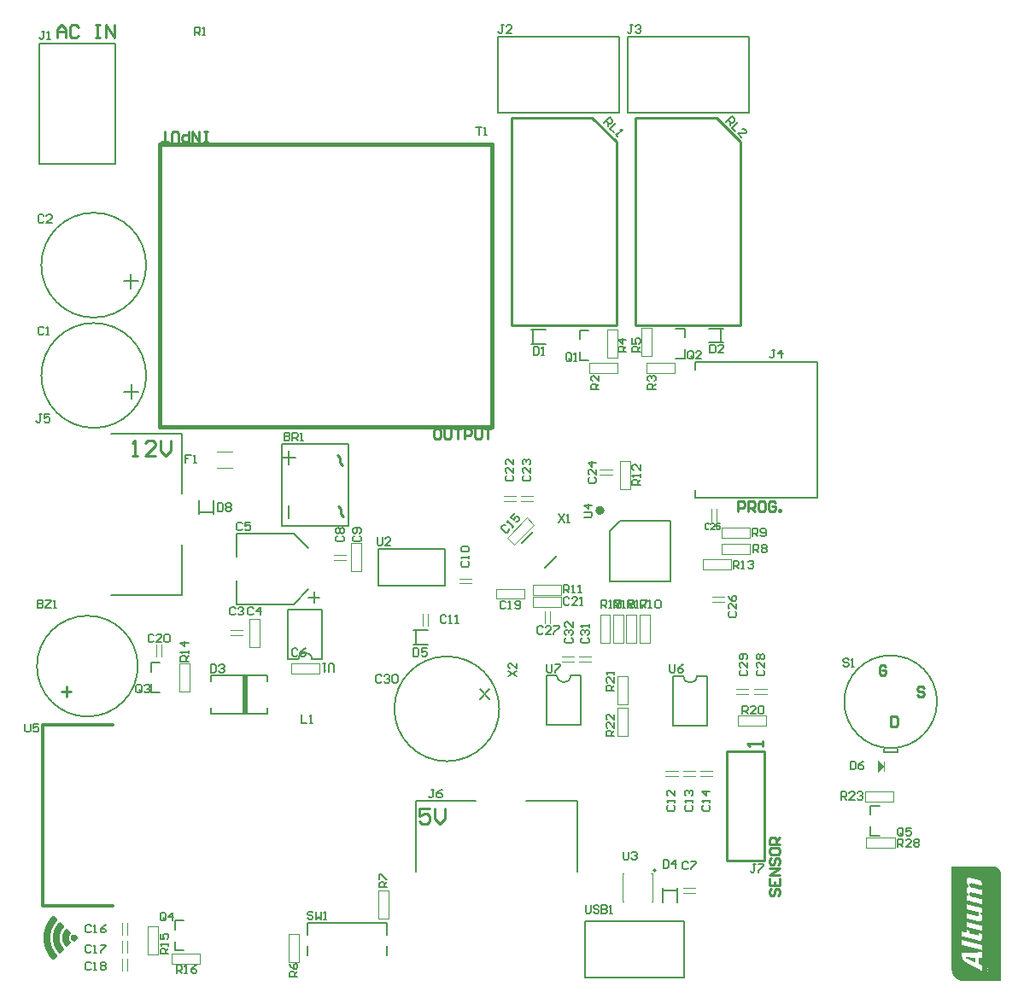
<source format=gto>
G04*
G04 #@! TF.GenerationSoftware,Altium Limited,Altium Designer,20.0.10 (225)*
G04*
G04 Layer_Color=65535*
%FSLAX25Y25*%
%MOIN*%
G70*
G01*
G75*
%ADD10C,0.00787*%
%ADD11C,0.01968*%
%ADD12C,0.00075*%
%ADD13C,0.00053*%
%ADD14C,0.00394*%
%ADD15C,0.00984*%
%ADD16C,0.01181*%
%ADD17C,0.01575*%
%ADD18C,0.01000*%
%ADD19C,0.00591*%
%ADD20R,0.02362X0.14961*%
G36*
X336417Y83071D02*
X334055Y80709D01*
Y85433D01*
X336417Y83071D01*
D02*
G37*
D10*
X357087Y108268D02*
G03*
X357087Y108268I-18110J0D01*
G01*
X186221Y105512D02*
G03*
X186221Y105512I-20472J0D01*
G01*
X258087Y118366D02*
G03*
X263369Y118366I2641J0D01*
G01*
X113110Y124823D02*
G03*
X107827Y124823I-2641J0D01*
G01*
X208776Y118504D02*
G03*
X214058Y118504I2641J0D01*
G01*
X48441Y235665D02*
G03*
X48441Y235665I-20472J0D01*
G01*
X48425Y278740D02*
G03*
X48425Y278740I-20472J0D01*
G01*
X45153Y122165D02*
G03*
X45153Y122165I-19685J0D01*
G01*
X247244Y42421D02*
G03*
X247244Y42421I-394J0D01*
G01*
X336221Y88583D02*
Y89764D01*
Y88583D02*
X341732D01*
Y89764D01*
X331102Y55905D02*
X334646D01*
X331102D02*
Y59449D01*
Y67716D02*
X334646D01*
X331102Y64173D02*
Y67716D01*
X178554Y113307D02*
X182451Y109409D01*
X178554D02*
X182451Y113307D01*
X153543Y131102D02*
Y136221D01*
X152756Y130709D02*
X158268D01*
X152756Y136221D02*
X158268D01*
X236343Y338398D02*
X283587D01*
X236343D02*
Y355327D01*
Y367925D01*
X283587D01*
Y338398D02*
Y367925D01*
X185843Y338398D02*
X233087D01*
X185843D02*
Y355327D01*
Y367925D01*
X233087D01*
Y338398D02*
Y367925D01*
X272835Y248425D02*
Y253543D01*
X268110Y253937D02*
X273622D01*
X268110Y248425D02*
X273622D01*
X255071Y254071D02*
X258614D01*
Y250528D02*
Y254071D01*
X255071Y242260D02*
X258614D01*
Y245803D01*
X217539Y241535D02*
X221083D01*
X217539D02*
Y245079D01*
Y253346D02*
X221083D01*
X217539Y249803D02*
Y253346D01*
X199496Y248303D02*
Y253421D01*
X198709Y247909D02*
X204221D01*
X198709Y253421D02*
X204221D01*
X262598Y238032D02*
Y240787D01*
X310236D01*
Y188031D02*
Y240787D01*
X262598Y188031D02*
X310236D01*
X262598D02*
Y190787D01*
X254035Y118366D02*
X258087D01*
X263369D02*
X267421D01*
X254035Y99074D02*
Y118366D01*
Y99074D02*
X267421D01*
Y118366D01*
X113110Y124823D02*
X117161D01*
X103776D02*
X107827D01*
X117161D02*
Y144114D01*
X103776D02*
X117161D01*
X103776Y124823D02*
Y144114D01*
X50319Y111760D02*
X53862D01*
X50319D02*
Y115303D01*
Y123571D02*
X53862D01*
X50319Y120027D02*
Y123571D01*
X95681Y116284D02*
Y118646D01*
X73634D02*
X95681D01*
X73634Y116284D02*
Y118646D01*
X95681Y103685D02*
Y106047D01*
X73634Y103685D02*
X95681D01*
X73634D02*
Y106047D01*
X59563Y11137D02*
X63107D01*
X59563D02*
Y14681D01*
Y22948D02*
X63107D01*
X59563Y19405D02*
Y22948D01*
X111417Y17268D02*
Y21992D01*
X142520D01*
Y17268D02*
Y21992D01*
Y9394D02*
Y12937D01*
X111417Y9394D02*
Y12937D01*
X216535Y42028D02*
Y69587D01*
X196850D02*
X216535D01*
X153543D02*
X177165D01*
X153543Y42028D02*
Y69587D01*
X204724Y118504D02*
X208776D01*
X214058D02*
X218110D01*
X204724Y99213D02*
Y118504D01*
Y99213D02*
X218110D01*
Y118504D01*
X148819Y167870D02*
X164961D01*
Y153697D02*
Y167870D01*
X138976Y153697D02*
X164961D01*
X138976D02*
Y167870D01*
X148819D01*
X101299Y176768D02*
Y209051D01*
X127284D01*
Y176768D02*
Y209051D01*
X101299Y176768D02*
X127284D01*
X104055Y179917D02*
Y185035D01*
Y200980D02*
Y206098D01*
X101496Y203539D02*
X106614D01*
X83614Y146386D02*
Y155441D01*
Y146386D02*
X104874D01*
X106055D01*
X111764Y152094D01*
X83614Y164890D02*
Y173945D01*
X104874D01*
X106055D01*
X111764Y168236D01*
X113929Y146780D02*
Y151110D01*
X111764Y148945D02*
X116095D01*
X69193Y182283D02*
X74311D01*
X74705Y181496D02*
Y187008D01*
X69193Y181496D02*
Y187008D01*
X34689Y150067D02*
X62248D01*
Y169752D01*
Y189437D02*
Y213059D01*
X34689D02*
X62248D01*
X42535Y226610D02*
Y232122D01*
X39779Y229366D02*
X45291D01*
X42520Y269685D02*
Y275197D01*
X39764Y272441D02*
X45276D01*
X36220Y318110D02*
Y365354D01*
X19291Y318110D02*
X36220D01*
X6693D02*
X19291D01*
X6693D02*
Y365354D01*
X36220D01*
X194887Y170171D02*
X199341Y174625D01*
X204074Y160427D02*
X208806Y165160D01*
X253047Y155354D02*
Y178976D01*
X229425Y155354D02*
X253047D01*
X229425D02*
Y175039D01*
X233362Y178976D01*
X253047D01*
X219685Y591D02*
X224016D01*
X219685D02*
Y22638D01*
X258268D01*
Y591D02*
Y22638D01*
X224016Y591D02*
X258268D01*
X255610Y29921D02*
Y35433D01*
X250098Y29921D02*
Y35433D01*
X250492Y34646D02*
X255610D01*
D11*
X226276Y182913D02*
G03*
X226276Y182913I-787J0D01*
G01*
D12*
X362808Y3603D02*
Y43865D01*
X362883Y3153D02*
Y43865D01*
X362958Y2928D02*
Y43865D01*
X363033Y2703D02*
Y43865D01*
X363108Y2478D02*
Y43865D01*
X363183Y2328D02*
Y43865D01*
X363258Y2179D02*
Y43865D01*
X363333Y2028D02*
Y43865D01*
X363407Y1878D02*
Y43865D01*
X363482Y1729D02*
Y43865D01*
X363558Y1654D02*
Y43865D01*
X363632Y1504D02*
Y43865D01*
X363707Y1429D02*
Y43865D01*
X363782Y1354D02*
Y43865D01*
X363857Y1279D02*
Y43865D01*
X363932Y1129D02*
Y43865D01*
X364007Y1054D02*
Y43865D01*
X364082Y979D02*
Y43865D01*
X364157Y904D02*
Y43865D01*
X364232Y829D02*
Y43865D01*
X364307Y754D02*
Y43865D01*
X364382Y754D02*
Y43865D01*
X364457Y679D02*
Y43865D01*
X364532Y604D02*
Y43865D01*
X364607Y529D02*
Y43865D01*
X364682Y454D02*
Y43865D01*
X364757Y454D02*
Y43865D01*
X364832Y379D02*
Y43865D01*
X364907Y304D02*
Y43865D01*
X364982Y229D02*
Y43865D01*
X365057Y229D02*
Y43865D01*
X365132Y154D02*
Y43865D01*
X365207Y154D02*
Y43865D01*
X365282Y79D02*
Y43865D01*
X365357Y4D02*
Y43865D01*
X365432Y4D02*
Y43865D01*
X365507Y4D02*
Y43865D01*
X365582Y-71D02*
Y43865D01*
X365657Y-71D02*
Y43865D01*
X365732Y-146D02*
Y43865D01*
X365807Y-146D02*
Y43865D01*
X365882Y-221D02*
Y43865D01*
X365957Y-221D02*
Y43865D01*
X366032Y-221D02*
Y43865D01*
X366107Y-296D02*
Y43865D01*
X366182Y-296D02*
Y43865D01*
X366257Y-296D02*
Y43865D01*
X366332Y-296D02*
Y43865D01*
X366407Y-371D02*
Y43865D01*
X366481Y-371D02*
Y8926D01*
Y10501D02*
Y13350D01*
Y15674D02*
Y43865D01*
X366557Y-371D02*
Y8476D01*
Y10501D02*
Y13275D01*
Y15599D02*
Y16724D01*
Y19048D02*
Y43865D01*
X366632Y-371D02*
Y8252D01*
Y10501D02*
Y13275D01*
Y15599D02*
Y16724D01*
Y18973D02*
Y43865D01*
X366706Y-371D02*
Y8027D01*
Y10501D02*
Y13275D01*
Y15599D02*
Y16649D01*
Y18973D02*
Y43865D01*
X366781Y-371D02*
Y7877D01*
Y10501D02*
Y13275D01*
Y15599D02*
Y16649D01*
Y18973D02*
Y43865D01*
X366856Y-371D02*
Y7727D01*
Y10501D02*
Y13200D01*
Y15524D02*
Y16649D01*
Y18973D02*
Y43865D01*
X366931Y-371D02*
Y7577D01*
Y10501D02*
Y13200D01*
Y15524D02*
Y16649D01*
Y18898D02*
Y43865D01*
X367006Y-371D02*
Y7502D01*
Y10576D02*
Y13200D01*
Y15524D02*
Y16574D01*
Y18898D02*
Y43865D01*
X367081Y-371D02*
Y7352D01*
Y10576D02*
Y13200D01*
Y15524D02*
Y16574D01*
Y18898D02*
Y43865D01*
X367156Y-371D02*
Y7277D01*
Y10576D02*
Y13125D01*
Y15449D02*
Y16574D01*
Y18898D02*
Y43865D01*
X367231Y-371D02*
Y7202D01*
Y10576D02*
Y13125D01*
Y15449D02*
Y16574D01*
Y18823D02*
Y43865D01*
X367306Y-371D02*
Y7127D01*
Y10576D02*
Y13125D01*
Y15449D02*
Y16499D01*
Y18823D02*
Y43865D01*
X367381Y-371D02*
Y7052D01*
Y10576D02*
Y13125D01*
Y15449D02*
Y16499D01*
Y18823D02*
Y43865D01*
X367456Y-371D02*
Y6977D01*
Y10576D02*
Y13050D01*
Y15374D02*
Y16499D01*
Y18823D02*
Y43865D01*
X367531Y-371D02*
Y6902D01*
Y10576D02*
Y13050D01*
Y15374D02*
Y16499D01*
Y18748D02*
Y43865D01*
X367606Y-371D02*
Y6827D01*
Y10576D02*
Y13050D01*
Y15374D02*
Y16424D01*
Y18748D02*
Y43865D01*
X367681Y-371D02*
Y6752D01*
Y10576D02*
Y13050D01*
Y15374D02*
Y16424D01*
Y18748D02*
Y43865D01*
X367756Y-371D02*
Y6677D01*
Y10576D02*
Y12975D01*
Y15299D02*
Y16424D01*
Y18673D02*
Y43865D01*
X367831Y-371D02*
Y6677D01*
Y10576D02*
Y12975D01*
Y15299D02*
Y16424D01*
Y18673D02*
Y43865D01*
X367906Y-371D02*
Y6602D01*
Y10576D02*
Y12975D01*
Y15299D02*
Y16349D01*
Y18673D02*
Y43865D01*
X367981Y-371D02*
Y6527D01*
Y10576D02*
Y12975D01*
Y15299D02*
Y16349D01*
Y18673D02*
Y43865D01*
X368056Y-371D02*
Y6527D01*
Y10576D02*
Y12975D01*
Y15224D02*
Y16349D01*
Y18598D02*
Y43865D01*
X368131Y-371D02*
Y6452D01*
Y10576D02*
Y12900D01*
Y15224D02*
Y16349D01*
Y18598D02*
Y43865D01*
X368206Y-371D02*
Y6452D01*
Y10576D02*
Y12900D01*
Y15224D02*
Y16274D01*
Y18598D02*
Y43865D01*
X368281Y-371D02*
Y6377D01*
Y10576D02*
Y12900D01*
Y15224D02*
Y16274D01*
Y18598D02*
Y34493D01*
Y35318D02*
Y38092D01*
Y38841D02*
Y43865D01*
X368356Y-371D02*
Y6377D01*
Y10576D02*
Y12900D01*
Y15149D02*
Y16274D01*
Y18523D02*
Y34043D01*
Y35618D02*
Y37642D01*
Y39216D02*
Y43865D01*
X368431Y-371D02*
Y6302D01*
Y10576D02*
Y12825D01*
Y15149D02*
Y16274D01*
Y19498D02*
Y33818D01*
Y35842D02*
Y37417D01*
Y39366D02*
Y43865D01*
X368506Y-371D02*
Y6302D01*
Y8401D02*
Y8476D01*
Y10576D02*
Y12825D01*
Y15149D02*
Y16199D01*
Y19498D02*
Y20323D01*
Y22647D02*
Y23621D01*
Y25946D02*
Y27220D01*
Y29544D02*
Y30669D01*
Y32993D02*
Y33668D01*
Y35917D02*
Y37267D01*
Y39516D02*
Y43865D01*
X368581Y-371D02*
Y6227D01*
Y8401D02*
Y8476D01*
Y10576D02*
Y12825D01*
Y15149D02*
Y16199D01*
Y19423D02*
Y20323D01*
Y22572D02*
Y23621D01*
Y25946D02*
Y27220D01*
Y29544D02*
Y30669D01*
Y32993D02*
Y33518D01*
Y36067D02*
Y37117D01*
Y39666D02*
Y43865D01*
X368656Y-371D02*
Y6227D01*
Y8326D02*
Y8476D01*
Y10576D02*
Y12825D01*
Y15074D02*
Y16199D01*
Y19423D02*
Y20247D01*
Y22572D02*
Y23621D01*
Y25946D02*
Y27220D01*
Y29544D02*
Y30669D01*
Y32993D02*
Y33443D01*
Y36142D02*
Y36967D01*
Y39741D02*
Y43865D01*
X368731Y-371D02*
Y6152D01*
Y8326D02*
Y8476D01*
Y10576D02*
Y12750D01*
Y15074D02*
Y16199D01*
Y19423D02*
Y20247D01*
Y22572D02*
Y23621D01*
Y25871D02*
Y27220D01*
Y29469D02*
Y30594D01*
Y32918D02*
Y33293D01*
Y36142D02*
Y36817D01*
Y39816D02*
Y43865D01*
X368806Y-371D02*
Y6152D01*
Y8252D02*
Y8476D01*
Y10576D02*
Y12750D01*
Y15074D02*
Y16124D01*
Y19423D02*
Y20247D01*
Y22572D02*
Y23546D01*
Y25871D02*
Y27145D01*
Y29469D02*
Y30594D01*
Y32918D02*
Y33218D01*
Y36217D02*
Y36742D01*
Y39816D02*
Y43865D01*
X368881Y-371D02*
Y6077D01*
Y8252D02*
Y8476D01*
Y10576D02*
Y12750D01*
Y14999D02*
Y16124D01*
Y19348D02*
Y20247D01*
Y22497D02*
Y23546D01*
Y25871D02*
Y27145D01*
Y29469D02*
Y30594D01*
Y32918D02*
Y33143D01*
Y36292D02*
Y36667D01*
Y39891D02*
Y43865D01*
X368956Y-371D02*
Y6002D01*
Y8177D02*
Y8476D01*
Y10651D02*
Y12750D01*
Y14999D02*
Y16124D01*
Y19348D02*
Y20173D01*
Y22497D02*
Y23546D01*
Y25871D02*
Y27145D01*
Y29469D02*
Y30594D01*
Y32918D02*
Y33068D01*
Y36292D02*
Y36592D01*
Y39891D02*
Y43865D01*
X369031Y-371D02*
Y6002D01*
Y8177D02*
Y8476D01*
Y10651D02*
Y12675D01*
Y14999D02*
Y16124D01*
Y19348D02*
Y20173D01*
Y22497D02*
Y23546D01*
Y25796D02*
Y27145D01*
Y29395D02*
Y30519D01*
Y32843D02*
Y32993D01*
Y36292D02*
Y36517D01*
Y39891D02*
Y43865D01*
X369106Y-371D02*
Y5927D01*
Y8101D02*
Y8476D01*
Y10651D02*
Y12675D01*
Y14999D02*
Y16049D01*
Y19348D02*
Y20173D01*
Y22497D02*
Y23471D01*
Y25796D02*
Y27070D01*
Y29395D02*
Y30519D01*
Y32843D02*
Y32918D01*
Y36367D02*
Y36442D01*
Y39891D02*
Y43865D01*
X369181Y-371D02*
Y5927D01*
Y8101D02*
Y8476D01*
Y10651D02*
Y12675D01*
Y14924D02*
Y16049D01*
Y19273D02*
Y20173D01*
Y22422D02*
Y23471D01*
Y25796D02*
Y27070D01*
Y29395D02*
Y30519D01*
Y39966D02*
Y43865D01*
X369256Y-371D02*
Y5852D01*
Y8027D02*
Y8476D01*
Y10651D02*
Y12675D01*
Y14924D02*
Y16049D01*
Y19273D02*
Y20098D01*
Y22422D02*
Y23471D01*
Y25796D02*
Y27070D01*
Y29395D02*
Y30519D01*
Y39966D02*
Y43865D01*
X369331Y-371D02*
Y5852D01*
Y8027D02*
Y8476D01*
Y10651D02*
Y12600D01*
Y14924D02*
Y16049D01*
Y19273D02*
Y20098D01*
Y22422D02*
Y23471D01*
Y25721D02*
Y27070D01*
Y29320D02*
Y30444D01*
Y39966D02*
Y43865D01*
X369406Y-371D02*
Y5777D01*
Y8027D02*
Y8476D01*
Y10651D02*
Y12600D01*
Y14924D02*
Y15974D01*
Y19273D02*
Y20098D01*
Y22422D02*
Y23396D01*
Y25721D02*
Y26995D01*
Y29320D02*
Y30444D01*
Y39966D02*
Y43865D01*
X369480Y-371D02*
Y5777D01*
Y7952D02*
Y8476D01*
Y10651D02*
Y12600D01*
Y14849D02*
Y15974D01*
Y19198D02*
Y20098D01*
Y22347D02*
Y23396D01*
Y25721D02*
Y26995D01*
Y29320D02*
Y30444D01*
Y39966D02*
Y43865D01*
X369555Y-371D02*
Y5702D01*
Y7952D02*
Y8476D01*
Y10651D02*
Y12600D01*
Y14849D02*
Y15974D01*
Y19198D02*
Y20023D01*
Y22347D02*
Y23396D01*
Y25721D02*
Y26995D01*
Y29320D02*
Y30444D01*
Y39966D02*
Y43865D01*
X369631Y-371D02*
Y5702D01*
Y7877D02*
Y8476D01*
Y10651D02*
Y12525D01*
Y14849D02*
Y15974D01*
Y19198D02*
Y20023D01*
Y22347D02*
Y23396D01*
Y25646D02*
Y26995D01*
Y29245D02*
Y30369D01*
Y39891D02*
Y43865D01*
X369706Y-371D02*
Y5627D01*
Y7877D02*
Y8476D01*
Y10651D02*
Y12525D01*
Y14849D02*
Y15899D01*
Y19198D02*
Y20023D01*
Y22347D02*
Y23322D01*
Y25646D02*
Y26920D01*
Y29245D02*
Y30369D01*
Y39891D02*
Y43865D01*
X369780Y-371D02*
Y5627D01*
Y7802D02*
Y8401D01*
Y10651D02*
Y12525D01*
Y14774D02*
Y15899D01*
Y19123D02*
Y20023D01*
Y22272D02*
Y23322D01*
Y25646D02*
Y26920D01*
Y29245D02*
Y30369D01*
Y39891D02*
Y43865D01*
X369855Y-371D02*
Y5552D01*
Y7802D02*
Y8401D01*
Y10651D02*
Y12525D01*
Y14774D02*
Y15899D01*
Y18148D02*
Y19948D01*
Y22272D02*
Y23322D01*
Y25646D02*
Y26920D01*
Y29245D02*
Y30369D01*
Y32993D02*
Y33668D01*
Y36592D02*
Y37267D01*
Y39891D02*
Y43865D01*
X369930Y-371D02*
Y5477D01*
Y7727D02*
Y8401D01*
Y10651D02*
Y12450D01*
Y14774D02*
Y15899D01*
Y18148D02*
Y19948D01*
Y22272D02*
Y23322D01*
Y25571D02*
Y26920D01*
Y29170D02*
Y30294D01*
Y32843D02*
Y33743D01*
Y36442D02*
Y37342D01*
Y39891D02*
Y43865D01*
X370005Y-371D02*
Y5477D01*
Y7727D02*
Y8401D01*
Y10651D02*
Y12450D01*
Y14774D02*
Y15824D01*
Y18148D02*
Y19948D01*
Y22272D02*
Y23246D01*
Y25571D02*
Y26845D01*
Y29170D02*
Y30294D01*
Y32768D02*
Y33818D01*
Y36367D02*
Y37417D01*
Y39816D02*
Y43865D01*
X370080Y-371D02*
Y5402D01*
Y7652D02*
Y8401D01*
Y10651D02*
Y12450D01*
Y14699D02*
Y15824D01*
Y18148D02*
Y19948D01*
Y22197D02*
Y23246D01*
Y25571D02*
Y26845D01*
Y29170D02*
Y30294D01*
Y32693D02*
Y33818D01*
Y36292D02*
Y37417D01*
Y39816D02*
Y43865D01*
X370155Y-371D02*
Y5402D01*
Y7652D02*
Y8401D01*
Y10651D02*
Y12450D01*
Y14699D02*
Y15824D01*
Y18073D02*
Y19873D01*
Y22197D02*
Y23246D01*
Y25571D02*
Y26845D01*
Y29170D02*
Y30294D01*
Y32618D02*
Y33818D01*
Y36217D02*
Y37417D01*
Y39816D02*
Y43865D01*
X370230Y-371D02*
Y5327D01*
Y7652D02*
Y8401D01*
Y10651D02*
Y12375D01*
Y14699D02*
Y15824D01*
Y18073D02*
Y19873D01*
Y22197D02*
Y23246D01*
Y25496D02*
Y26845D01*
Y29095D02*
Y30219D01*
Y32618D02*
Y33818D01*
Y36217D02*
Y37492D01*
Y39816D02*
Y43865D01*
X370305Y-371D02*
Y5327D01*
Y7577D02*
Y8401D01*
Y10651D02*
Y12375D01*
Y14699D02*
Y15749D01*
Y18073D02*
Y19873D01*
Y22197D02*
Y23172D01*
Y25496D02*
Y26770D01*
Y29095D02*
Y30219D01*
Y32544D02*
Y33818D01*
Y36142D02*
Y37417D01*
Y39741D02*
Y43865D01*
X370380Y-371D02*
Y5252D01*
Y7577D02*
Y8401D01*
Y10651D02*
Y12375D01*
Y14624D02*
Y15749D01*
Y18073D02*
Y19873D01*
Y22122D02*
Y23172D01*
Y25496D02*
Y26770D01*
Y29095D02*
Y30219D01*
Y32544D02*
Y33818D01*
Y36142D02*
Y37417D01*
Y39741D02*
Y43865D01*
X370455Y-371D02*
Y5252D01*
Y7502D02*
Y8401D01*
Y10651D02*
Y12375D01*
Y14624D02*
Y15749D01*
Y17998D02*
Y19798D01*
Y22122D02*
Y23172D01*
Y25496D02*
Y26770D01*
Y29095D02*
Y30219D01*
Y32469D02*
Y33818D01*
Y36142D02*
Y37417D01*
Y39741D02*
Y43865D01*
X370530Y-371D02*
Y5178D01*
Y7502D02*
Y8401D01*
Y10651D02*
Y12300D01*
Y14624D02*
Y15749D01*
Y17998D02*
Y19798D01*
Y22122D02*
Y23172D01*
Y25421D02*
Y26770D01*
Y29020D02*
Y30144D01*
Y32469D02*
Y33818D01*
Y36067D02*
Y37417D01*
Y39741D02*
Y43865D01*
X370605Y-371D02*
Y5178D01*
Y7427D02*
Y8401D01*
Y10651D02*
Y12300D01*
Y14624D02*
Y15674D01*
Y17998D02*
Y19798D01*
Y22122D02*
Y23097D01*
Y25421D02*
Y26695D01*
Y29020D02*
Y30144D01*
Y32469D02*
Y33743D01*
Y36067D02*
Y37417D01*
Y39666D02*
Y43865D01*
X370680Y-371D02*
Y5102D01*
Y7427D02*
Y8401D01*
Y10651D02*
Y12300D01*
Y14549D02*
Y15674D01*
Y17998D02*
Y19798D01*
Y22047D02*
Y23097D01*
Y25421D02*
Y26695D01*
Y29020D02*
Y30144D01*
Y32469D02*
Y33743D01*
Y36067D02*
Y37342D01*
Y39666D02*
Y43865D01*
X370755Y-371D02*
Y5102D01*
Y7352D02*
Y8401D01*
Y10651D02*
Y12300D01*
Y14549D02*
Y15674D01*
Y17923D02*
Y19723D01*
Y22047D02*
Y23097D01*
Y25421D02*
Y26695D01*
Y29020D02*
Y30144D01*
Y32394D02*
Y33743D01*
Y35992D02*
Y37342D01*
Y39666D02*
Y43865D01*
X370830Y-371D02*
Y5028D01*
Y7352D02*
Y8401D01*
Y10651D02*
Y12225D01*
Y14549D02*
Y15599D01*
Y17923D02*
Y19723D01*
Y22047D02*
Y23097D01*
Y25346D02*
Y26695D01*
Y28945D02*
Y30069D01*
Y32394D02*
Y33743D01*
Y35992D02*
Y37342D01*
Y39666D02*
Y43865D01*
X370905Y-371D02*
Y5028D01*
Y7277D02*
Y8401D01*
Y10651D02*
Y12225D01*
Y14549D02*
Y15599D01*
Y17923D02*
Y19723D01*
Y22047D02*
Y23022D01*
Y25346D02*
Y26620D01*
Y28945D02*
Y30069D01*
Y32394D02*
Y33668D01*
Y35992D02*
Y37342D01*
Y39591D02*
Y43865D01*
X370980Y-371D02*
Y4953D01*
Y7277D02*
Y8401D01*
Y10726D02*
Y12225D01*
Y14474D02*
Y15599D01*
Y17923D02*
Y19723D01*
Y21972D02*
Y23022D01*
Y25346D02*
Y26620D01*
Y28945D02*
Y30069D01*
Y32394D02*
Y33668D01*
Y35992D02*
Y37267D01*
Y39591D02*
Y43865D01*
X371055Y-371D02*
Y4878D01*
Y7202D02*
Y8401D01*
Y10726D02*
Y12225D01*
Y14474D02*
Y15599D01*
Y17848D02*
Y19648D01*
Y21972D02*
Y23022D01*
Y25346D02*
Y26620D01*
Y28945D02*
Y30069D01*
Y32318D02*
Y33668D01*
Y35917D02*
Y37267D01*
Y39591D02*
Y43865D01*
X371130Y-371D02*
Y4878D01*
Y7202D02*
Y8326D01*
Y10726D02*
Y12150D01*
Y14474D02*
Y15524D01*
Y17848D02*
Y19648D01*
Y21972D02*
Y23022D01*
Y25271D02*
Y26620D01*
Y28870D02*
Y29994D01*
Y32318D02*
Y33668D01*
Y35917D02*
Y37267D01*
Y39591D02*
Y43865D01*
X371205Y-371D02*
Y4803D01*
Y7202D02*
Y8326D01*
Y10726D02*
Y12150D01*
Y14474D02*
Y15524D01*
Y17848D02*
Y19648D01*
Y21972D02*
Y22947D01*
Y25271D02*
Y26545D01*
Y28870D02*
Y29994D01*
Y32318D02*
Y33593D01*
Y35917D02*
Y37267D01*
Y39516D02*
Y43865D01*
X371280Y-371D02*
Y4803D01*
Y7127D02*
Y8326D01*
Y10726D02*
Y12150D01*
Y14399D02*
Y15524D01*
Y17848D02*
Y19648D01*
Y21897D02*
Y22947D01*
Y25271D02*
Y26545D01*
Y28870D02*
Y29994D01*
Y32318D02*
Y33593D01*
Y35917D02*
Y37192D01*
Y39516D02*
Y43865D01*
X371355Y-371D02*
Y4728D01*
Y7127D02*
Y8326D01*
Y10726D02*
Y12150D01*
Y14399D02*
Y15524D01*
Y17773D02*
Y19573D01*
Y21897D02*
Y22947D01*
Y25271D02*
Y26545D01*
Y28870D02*
Y29994D01*
Y32244D02*
Y33593D01*
Y35842D02*
Y37192D01*
Y39516D02*
Y43865D01*
X371430Y-371D02*
Y4728D01*
Y7052D02*
Y8326D01*
Y10726D02*
Y12075D01*
Y14399D02*
Y15449D01*
Y17773D02*
Y19573D01*
Y21897D02*
Y22947D01*
Y25196D02*
Y26545D01*
Y28795D02*
Y29919D01*
Y32244D02*
Y33593D01*
Y35842D02*
Y37192D01*
Y39516D02*
Y43865D01*
X371505Y-371D02*
Y4653D01*
Y7052D02*
Y8326D01*
Y10726D02*
Y12075D01*
Y14399D02*
Y15449D01*
Y17773D02*
Y19573D01*
Y21897D02*
Y22872D01*
Y25196D02*
Y26471D01*
Y28795D02*
Y29919D01*
Y32244D02*
Y33518D01*
Y35842D02*
Y37192D01*
Y39441D02*
Y43865D01*
X371580Y-371D02*
Y4653D01*
Y6977D02*
Y8326D01*
Y10726D02*
Y12075D01*
Y14324D02*
Y15449D01*
Y17773D02*
Y19573D01*
Y21822D02*
Y22872D01*
Y25196D02*
Y26471D01*
Y28795D02*
Y29919D01*
Y32244D02*
Y33518D01*
Y35842D02*
Y37117D01*
Y39441D02*
Y43865D01*
X371655Y-371D02*
Y4578D01*
Y10726D02*
Y12075D01*
Y14324D02*
Y15449D01*
Y17698D02*
Y19498D01*
Y21822D02*
Y22872D01*
Y25196D02*
Y26471D01*
Y28795D02*
Y29919D01*
Y32169D02*
Y33518D01*
Y35767D02*
Y37117D01*
Y39441D02*
Y43865D01*
X371730Y-371D02*
Y4578D01*
Y10726D02*
Y12000D01*
Y14324D02*
Y15374D01*
Y17698D02*
Y19498D01*
Y21822D02*
Y22872D01*
Y25121D02*
Y26471D01*
Y28720D02*
Y29844D01*
Y32169D02*
Y33518D01*
Y35767D02*
Y37117D01*
Y39441D02*
Y43865D01*
X371805Y-371D02*
Y4503D01*
Y10726D02*
Y12000D01*
Y14324D02*
Y15374D01*
Y17698D02*
Y19498D01*
Y21822D02*
Y22797D01*
Y25121D02*
Y26395D01*
Y28720D02*
Y29844D01*
Y32169D02*
Y33443D01*
Y35767D02*
Y37117D01*
Y39366D02*
Y43865D01*
X371880Y-371D02*
Y4503D01*
Y10726D02*
Y12000D01*
Y14250D02*
Y15374D01*
Y17698D02*
Y19498D01*
Y21747D02*
Y22797D01*
Y25121D02*
Y26395D01*
Y28720D02*
Y29844D01*
Y32169D02*
Y33443D01*
Y35767D02*
Y37042D01*
Y39366D02*
Y43865D01*
X371955Y-371D02*
Y4428D01*
Y10726D02*
Y12000D01*
Y14250D02*
Y15374D01*
Y17623D02*
Y19423D01*
Y21747D02*
Y22797D01*
Y25121D02*
Y26395D01*
Y28720D02*
Y29844D01*
Y32094D02*
Y33443D01*
Y35692D02*
Y37042D01*
Y39366D02*
Y43865D01*
X372030Y-371D02*
Y4353D01*
Y10726D02*
Y11925D01*
Y14250D02*
Y15299D01*
Y17623D02*
Y19423D01*
Y21747D02*
Y22797D01*
Y25046D02*
Y26395D01*
Y28645D02*
Y29769D01*
Y32094D02*
Y33443D01*
Y35692D02*
Y37042D01*
Y39366D02*
Y43865D01*
X372105Y-371D02*
Y4353D01*
Y10726D02*
Y11925D01*
Y14250D02*
Y15299D01*
Y17623D02*
Y19423D01*
Y21747D02*
Y22722D01*
Y25046D02*
Y26320D01*
Y28645D02*
Y29769D01*
Y32094D02*
Y33368D01*
Y35692D02*
Y37042D01*
Y39291D02*
Y43865D01*
X372180Y-371D02*
Y4278D01*
Y10726D02*
Y11925D01*
Y14175D02*
Y15299D01*
Y17623D02*
Y19423D01*
Y21672D02*
Y22722D01*
Y25046D02*
Y26320D01*
Y28645D02*
Y29769D01*
Y32094D02*
Y33368D01*
Y35692D02*
Y36967D01*
Y39291D02*
Y43865D01*
X372255Y-371D02*
Y4278D01*
Y10726D02*
Y11925D01*
Y14175D02*
Y15299D01*
Y17548D02*
Y19348D01*
Y21672D02*
Y22722D01*
Y25046D02*
Y26320D01*
Y28645D02*
Y29769D01*
Y32019D02*
Y33368D01*
Y35618D02*
Y36967D01*
Y39291D02*
Y43865D01*
X372330Y-371D02*
Y4203D01*
Y10726D02*
Y11850D01*
Y14175D02*
Y15224D01*
Y17548D02*
Y19348D01*
Y21672D02*
Y22722D01*
Y24971D02*
Y26320D01*
Y28570D02*
Y29694D01*
Y32019D02*
Y33368D01*
Y35618D02*
Y36967D01*
Y39291D02*
Y43865D01*
X372405Y-371D02*
Y4203D01*
Y10726D02*
Y11850D01*
Y14175D02*
Y15224D01*
Y17548D02*
Y19348D01*
Y21672D02*
Y22647D01*
Y24971D02*
Y26245D01*
Y28570D02*
Y29694D01*
Y32019D02*
Y33293D01*
Y35618D02*
Y36967D01*
Y39216D02*
Y43865D01*
X372480Y-371D02*
Y4128D01*
Y10726D02*
Y11850D01*
Y14099D02*
Y15224D01*
Y17548D02*
Y19348D01*
Y21597D02*
Y22647D01*
Y24971D02*
Y26245D01*
Y28570D02*
Y29694D01*
Y32019D02*
Y33293D01*
Y35618D02*
Y36892D01*
Y39216D02*
Y43865D01*
X372554Y-371D02*
Y4128D01*
Y10726D02*
Y11850D01*
Y14099D02*
Y15224D01*
Y17473D02*
Y19273D01*
Y21597D02*
Y22647D01*
Y24971D02*
Y26245D01*
Y28570D02*
Y29694D01*
Y31944D02*
Y33293D01*
Y35543D02*
Y36892D01*
Y39216D02*
Y43865D01*
X372629Y-371D02*
Y4053D01*
Y10726D02*
Y11775D01*
Y14099D02*
Y15149D01*
Y17473D02*
Y19273D01*
Y21597D02*
Y22647D01*
Y24896D02*
Y26245D01*
Y28495D02*
Y29619D01*
Y31944D02*
Y33293D01*
Y35543D02*
Y36892D01*
Y39216D02*
Y43865D01*
X372705Y-371D02*
Y4053D01*
Y10726D02*
Y11775D01*
Y14099D02*
Y15149D01*
Y17473D02*
Y19273D01*
Y21597D02*
Y22572D01*
Y24896D02*
Y26171D01*
Y28495D02*
Y29619D01*
Y31944D02*
Y33218D01*
Y35543D02*
Y36892D01*
Y39141D02*
Y43865D01*
X372779Y-371D02*
Y3978D01*
Y10726D02*
Y11775D01*
Y14025D02*
Y15149D01*
Y17473D02*
Y19273D01*
Y21522D02*
Y22572D01*
Y24896D02*
Y26171D01*
Y28495D02*
Y29619D01*
Y31944D02*
Y33218D01*
Y35543D02*
Y36817D01*
Y39141D02*
Y43865D01*
X372854Y-371D02*
Y3978D01*
Y10726D02*
Y11775D01*
Y14025D02*
Y15149D01*
Y17473D02*
Y19198D01*
Y21522D02*
Y22572D01*
Y24896D02*
Y26096D01*
Y28495D02*
Y29619D01*
Y31869D02*
Y33218D01*
Y35467D02*
Y36817D01*
Y39141D02*
Y43865D01*
X372929Y-371D02*
Y3903D01*
Y10801D02*
Y11700D01*
Y14025D02*
Y15074D01*
Y17398D02*
Y19198D01*
Y21522D02*
Y22572D01*
Y24896D02*
Y26096D01*
Y28420D02*
Y29544D01*
Y31869D02*
Y33218D01*
Y35467D02*
Y36817D01*
Y39141D02*
Y43865D01*
X373004Y-371D02*
Y3903D01*
Y10801D02*
Y11700D01*
Y14025D02*
Y15074D01*
Y17473D02*
Y19198D01*
Y21522D02*
Y22497D01*
Y24971D02*
Y26021D01*
Y28420D02*
Y29544D01*
Y31869D02*
Y33143D01*
Y35467D02*
Y36817D01*
Y39066D02*
Y43865D01*
X373079Y-371D02*
Y3828D01*
Y10801D02*
Y11700D01*
Y13950D02*
Y15074D01*
Y17473D02*
Y19198D01*
Y21447D02*
Y22497D01*
Y24971D02*
Y25946D01*
Y28420D02*
Y29544D01*
Y31869D02*
Y33143D01*
Y35467D02*
Y36742D01*
Y39066D02*
Y43865D01*
X373154Y-371D02*
Y3753D01*
Y10801D02*
Y11700D01*
Y13950D02*
Y15074D01*
Y17548D02*
Y19123D01*
Y21447D02*
Y22497D01*
Y25046D02*
Y25796D01*
Y28420D02*
Y29544D01*
Y31794D02*
Y33143D01*
Y35392D02*
Y36742D01*
Y39066D02*
Y43865D01*
X373229Y-371D02*
Y3753D01*
Y6302D02*
Y8252D01*
Y10801D02*
Y11625D01*
Y13950D02*
Y14999D01*
Y18298D02*
Y19123D01*
Y21447D02*
Y22497D01*
Y28345D02*
Y29469D01*
Y31794D02*
Y33143D01*
Y35392D02*
Y36742D01*
Y39066D02*
Y43865D01*
X373304Y-371D02*
Y3678D01*
Y6227D02*
Y8252D01*
Y10801D02*
Y11625D01*
Y13950D02*
Y14999D01*
Y18298D02*
Y19123D01*
Y21447D02*
Y22422D01*
Y28345D02*
Y29469D01*
Y31794D02*
Y33068D01*
Y35392D02*
Y36742D01*
Y38991D02*
Y43865D01*
X373379Y-371D02*
Y3678D01*
Y6227D02*
Y8252D01*
Y10801D02*
Y11625D01*
Y13875D02*
Y14999D01*
Y18223D02*
Y19123D01*
Y21372D02*
Y22422D01*
Y28345D02*
Y29469D01*
Y31794D02*
Y33068D01*
Y35392D02*
Y36667D01*
Y38991D02*
Y43865D01*
X373454Y-371D02*
Y3603D01*
Y6152D02*
Y8252D01*
Y10801D02*
Y11625D01*
Y13875D02*
Y14999D01*
Y18223D02*
Y19048D01*
Y21372D02*
Y22422D01*
Y28345D02*
Y29469D01*
Y31719D02*
Y33068D01*
Y35318D02*
Y36667D01*
Y38991D02*
Y43865D01*
X373529Y-371D02*
Y3603D01*
Y6152D02*
Y8252D01*
Y10801D02*
Y11550D01*
Y13875D02*
Y14999D01*
Y18223D02*
Y19048D01*
Y21372D02*
Y22422D01*
Y28270D02*
Y29395D01*
Y31719D02*
Y33068D01*
Y35318D02*
Y36667D01*
Y38991D02*
Y43865D01*
X373604Y-371D02*
Y3528D01*
Y6077D02*
Y8252D01*
Y10801D02*
Y11550D01*
Y13875D02*
Y14999D01*
Y18223D02*
Y19048D01*
Y21372D02*
Y22422D01*
Y28270D02*
Y29395D01*
Y31719D02*
Y32993D01*
Y35318D02*
Y36667D01*
Y38916D02*
Y43865D01*
X373679Y-371D02*
Y3528D01*
Y6077D02*
Y8252D01*
Y10801D02*
Y11550D01*
Y13800D02*
Y14999D01*
Y18148D02*
Y19048D01*
Y21297D02*
Y22422D01*
Y28270D02*
Y29395D01*
Y31719D02*
Y32993D01*
Y35318D02*
Y36592D01*
Y38916D02*
Y43865D01*
X373754Y-371D02*
Y3453D01*
Y6002D02*
Y8252D01*
Y10801D02*
Y11550D01*
Y13800D02*
Y14999D01*
Y18148D02*
Y18973D01*
Y21297D02*
Y22422D01*
Y28270D02*
Y29395D01*
Y31644D02*
Y32993D01*
Y35243D02*
Y36592D01*
Y38841D02*
Y43865D01*
X373829Y-371D02*
Y3453D01*
Y6002D02*
Y8252D01*
Y10801D02*
Y11475D01*
Y13800D02*
Y14999D01*
Y18148D02*
Y18973D01*
Y21297D02*
Y22422D01*
Y28195D02*
Y29320D01*
Y31644D02*
Y32993D01*
Y35243D02*
Y36592D01*
Y38841D02*
Y43865D01*
X373904Y-371D02*
Y3378D01*
Y6002D02*
Y8177D01*
Y10801D02*
Y11475D01*
Y13800D02*
Y14999D01*
Y18148D02*
Y18973D01*
Y21297D02*
Y22422D01*
Y28195D02*
Y29320D01*
Y31644D02*
Y32918D01*
Y35243D02*
Y36592D01*
Y38766D02*
Y43865D01*
X373979Y-371D02*
Y3378D01*
Y5927D02*
Y8177D01*
Y10801D02*
Y11475D01*
Y13725D02*
Y14999D01*
Y18073D02*
Y18973D01*
Y21222D02*
Y22497D01*
Y25796D02*
Y25871D01*
Y28195D02*
Y29320D01*
Y31644D02*
Y32918D01*
Y35243D02*
Y36517D01*
Y38691D02*
Y39441D01*
Y39966D02*
Y40041D01*
Y40266D02*
Y40641D01*
Y40791D02*
Y43865D01*
X374054Y-371D02*
Y3303D01*
Y5927D02*
Y8177D01*
Y10801D02*
Y11475D01*
Y13725D02*
Y14999D01*
Y18073D02*
Y18898D01*
Y21222D02*
Y22497D01*
Y25721D02*
Y25871D01*
Y28195D02*
Y29320D01*
Y31569D02*
Y32918D01*
Y35168D02*
Y36517D01*
Y38691D02*
Y39591D01*
Y39741D02*
Y40041D01*
Y40266D02*
Y40566D01*
Y40791D02*
Y43865D01*
X374129Y-371D02*
Y3228D01*
Y5852D02*
Y8177D01*
Y10801D02*
Y11400D01*
Y13725D02*
Y14999D01*
Y18073D02*
Y18898D01*
Y21222D02*
Y22497D01*
Y25646D02*
Y25871D01*
Y28120D02*
Y29245D01*
Y31569D02*
Y32918D01*
Y35168D02*
Y36517D01*
Y38616D02*
Y39591D01*
Y39741D02*
Y40041D01*
Y40341D02*
Y40566D01*
Y40791D02*
Y43865D01*
X374204Y-371D02*
Y3228D01*
Y5852D02*
Y8177D01*
Y10801D02*
Y11400D01*
Y13725D02*
Y15074D01*
Y18073D02*
Y18898D01*
Y21222D02*
Y22572D01*
Y25571D02*
Y25871D01*
Y28120D02*
Y29245D01*
Y31569D02*
Y32843D01*
Y35168D02*
Y36517D01*
Y38541D02*
Y39591D01*
Y39741D02*
Y40041D01*
Y40341D02*
Y40566D01*
Y40641D02*
Y40716D01*
Y40791D02*
Y43865D01*
X374279Y-371D02*
Y3153D01*
Y5777D02*
Y8177D01*
Y10801D02*
Y11400D01*
Y13650D02*
Y15074D01*
Y17998D02*
Y18898D01*
Y21147D02*
Y22572D01*
Y25496D02*
Y25796D01*
Y28120D02*
Y29245D01*
Y31569D02*
Y32843D01*
Y35168D02*
Y36442D01*
Y38392D02*
Y39591D01*
Y39741D02*
Y40041D01*
Y40191D02*
Y40266D01*
Y40341D02*
Y40491D01*
Y40641D02*
Y40716D01*
Y40791D02*
Y43865D01*
X374354Y-371D02*
Y3153D01*
Y5777D02*
Y8177D01*
Y10801D02*
Y11400D01*
Y13650D02*
Y15149D01*
Y17998D02*
Y18823D01*
Y21147D02*
Y22647D01*
Y25346D02*
Y25796D01*
Y28120D02*
Y29245D01*
Y31494D02*
Y32843D01*
Y35093D02*
Y36442D01*
Y38317D02*
Y39591D01*
Y39741D02*
Y40041D01*
Y40191D02*
Y40266D01*
Y40416D02*
Y40491D01*
Y40566D02*
Y40716D01*
Y40791D02*
Y43865D01*
X374429Y-371D02*
Y3078D01*
Y5777D02*
Y8177D01*
Y10801D02*
Y11325D01*
Y13650D02*
Y15299D01*
Y17998D02*
Y18823D01*
Y21147D02*
Y22722D01*
Y25271D02*
Y25796D01*
Y28045D02*
Y29170D01*
Y31494D02*
Y32843D01*
Y35093D02*
Y36442D01*
Y38167D02*
Y39591D01*
Y39741D02*
Y40041D01*
Y40191D02*
Y40341D01*
Y40566D02*
Y40716D01*
Y40791D02*
Y43865D01*
X374504Y-371D02*
Y3078D01*
Y5702D02*
Y8177D01*
Y10801D02*
Y11325D01*
Y13650D02*
Y15449D01*
Y17998D02*
Y18823D01*
Y21147D02*
Y22872D01*
Y25121D02*
Y25796D01*
Y28045D02*
Y29170D01*
Y31494D02*
Y32768D01*
Y35093D02*
Y36442D01*
Y38017D02*
Y39591D01*
Y39741D02*
Y40041D01*
Y40191D02*
Y40341D01*
Y40566D02*
Y40716D01*
Y40791D02*
Y43865D01*
X374579Y-371D02*
Y3003D01*
Y5702D02*
Y8177D01*
Y10801D02*
Y11325D01*
Y13575D02*
Y15674D01*
Y17923D02*
Y18823D01*
Y21072D02*
Y23022D01*
Y24971D02*
Y25721D01*
Y28045D02*
Y29170D01*
Y31494D02*
Y32768D01*
Y35093D02*
Y36367D01*
Y37717D02*
Y39591D01*
Y39741D02*
Y40041D01*
Y40191D02*
Y40341D01*
Y40491D02*
Y40716D01*
Y40791D02*
Y43865D01*
X374654Y-371D02*
Y16349D01*
Y17248D02*
Y23172D01*
Y24746D02*
Y43865D01*
X374729Y-371D02*
Y23546D01*
Y24371D02*
Y43865D01*
X374804Y-371D02*
Y43865D01*
X374879Y-371D02*
Y43865D01*
X374954Y-371D02*
Y43865D01*
X375029Y-371D02*
Y43865D01*
X375104Y-371D02*
Y43865D01*
X375179Y-371D02*
Y43865D01*
X375254Y-371D02*
Y43865D01*
X375329Y-371D02*
Y43865D01*
X375404Y-371D02*
Y43865D01*
X375479Y-371D02*
Y43865D01*
X375553Y-371D02*
Y43865D01*
X375628Y-371D02*
Y43865D01*
X375704Y-371D02*
Y43865D01*
X375779Y-371D02*
Y43865D01*
X375853Y-371D02*
Y43865D01*
X375928Y-371D02*
Y43865D01*
X376003Y-371D02*
Y43865D01*
X376078Y-371D02*
Y43865D01*
X376153Y-371D02*
Y43865D01*
X376228Y-371D02*
Y43865D01*
X376303Y-371D02*
Y43865D01*
X376378Y-371D02*
Y6302D01*
Y6602D02*
Y13125D01*
Y13425D02*
Y39441D01*
Y39966D02*
Y40041D01*
Y40266D02*
Y40641D01*
Y40791D02*
Y43865D01*
X376453Y-371D02*
Y6302D01*
Y6602D02*
Y7577D01*
Y7877D02*
Y13125D01*
Y13425D02*
Y20847D01*
Y21147D02*
Y28420D01*
Y28720D02*
Y36292D01*
Y36592D02*
Y39666D01*
Y39741D02*
Y40041D01*
Y40266D02*
Y40566D01*
Y40791D02*
Y43865D01*
X376528Y-371D02*
Y2928D01*
Y3378D02*
Y4053D01*
Y4578D02*
Y6302D01*
Y6602D02*
Y7577D01*
Y7877D02*
Y11850D01*
Y12750D02*
Y13125D01*
Y13425D02*
Y20847D01*
Y21147D02*
Y24446D01*
Y25196D02*
Y28420D01*
Y28720D02*
Y32618D01*
Y33518D02*
Y36292D01*
Y36592D02*
Y39666D01*
Y39741D02*
Y40041D01*
Y40341D02*
Y40566D01*
Y40791D02*
Y43865D01*
X376603Y-371D02*
Y2928D01*
Y3453D02*
Y4053D01*
Y4578D02*
Y6302D01*
Y6602D02*
Y7577D01*
Y7877D02*
Y11850D01*
Y12750D02*
Y13125D01*
Y13425D02*
Y16424D01*
Y16574D02*
Y20847D01*
Y21147D02*
Y24446D01*
Y25421D02*
Y28420D01*
Y28720D02*
Y32618D01*
Y33518D02*
Y36292D01*
Y36592D02*
Y39666D01*
Y39741D02*
Y40041D01*
Y40341D02*
Y40491D01*
Y40641D02*
Y40716D01*
Y40791D02*
Y43865D01*
X376678Y-371D02*
Y2928D01*
Y3453D02*
Y4053D01*
Y4578D02*
Y6302D01*
Y6602D02*
Y11850D01*
Y12750D02*
Y13125D01*
Y13425D02*
Y16274D01*
Y16574D02*
Y24446D01*
Y25496D02*
Y32618D01*
Y33518D02*
Y39666D01*
Y39741D02*
Y40041D01*
Y40191D02*
Y40266D01*
Y40416D02*
Y40491D01*
Y40641D02*
Y40716D01*
Y40791D02*
Y43865D01*
X376753Y-371D02*
Y2928D01*
Y3453D02*
Y3978D01*
Y4578D02*
Y6302D01*
Y6602D02*
Y11850D01*
Y12150D02*
Y13125D01*
Y13425D02*
Y16274D01*
Y16574D02*
Y24446D01*
Y24746D02*
Y25046D01*
Y25571D02*
Y32618D01*
Y32993D02*
Y39666D01*
Y39741D02*
Y40041D01*
Y40191D02*
Y40266D01*
Y40566D02*
Y40716D01*
Y40791D02*
Y43865D01*
X376828Y-371D02*
Y2928D01*
Y3528D02*
Y3978D01*
Y4578D02*
Y6302D01*
Y6602D02*
Y11850D01*
Y12150D02*
Y13125D01*
Y13425D02*
Y16274D01*
Y16574D02*
Y24446D01*
Y24746D02*
Y25196D01*
Y25571D02*
Y32618D01*
Y32993D02*
Y39666D01*
Y39741D02*
Y40041D01*
Y40191D02*
Y40341D01*
Y40566D02*
Y40716D01*
Y40791D02*
Y43865D01*
X376903Y-371D02*
Y2928D01*
Y3528D02*
Y3978D01*
Y4578D02*
Y5102D01*
Y5777D02*
Y6302D01*
Y6602D02*
Y6902D01*
Y7277D02*
Y7577D01*
Y7877D02*
Y8326D01*
Y8551D02*
Y8701D01*
Y9151D02*
Y9901D01*
Y10351D02*
Y10426D01*
Y10726D02*
Y11850D01*
Y12150D02*
Y13125D01*
Y13425D02*
Y14025D01*
Y14549D02*
Y15374D01*
Y15899D02*
Y16049D01*
Y16799D02*
Y17174D01*
Y17398D02*
Y17548D01*
Y17773D02*
Y18298D01*
Y18823D02*
Y19423D01*
Y19723D02*
Y19873D01*
Y20323D02*
Y20847D01*
Y21147D02*
Y21747D01*
Y22347D02*
Y22722D01*
Y23322D02*
Y24446D01*
Y24746D02*
Y25271D01*
Y25646D02*
Y26245D01*
Y26770D02*
Y27445D01*
Y28045D02*
Y28420D01*
Y28720D02*
Y29245D01*
Y29694D02*
Y29844D01*
Y30144D02*
Y30519D01*
Y30819D02*
Y30894D01*
Y31344D02*
Y32618D01*
Y32993D02*
Y34043D01*
Y34643D02*
Y35318D01*
Y35917D02*
Y36292D01*
Y36592D02*
Y37192D01*
Y37717D02*
Y38317D01*
Y38541D02*
Y38691D01*
Y38916D02*
Y39666D01*
Y39741D02*
Y40041D01*
Y40191D02*
Y40341D01*
Y40491D02*
Y40716D01*
Y40791D02*
Y43865D01*
X376978Y-371D02*
Y2928D01*
Y3528D02*
Y3903D01*
Y4203D02*
Y4278D01*
Y4578D02*
Y5028D01*
Y5852D02*
Y6302D01*
Y6602D02*
Y6827D01*
Y7202D02*
Y7577D01*
Y7877D02*
Y8326D01*
Y9226D02*
Y9826D01*
Y10726D02*
Y11850D01*
Y12150D02*
Y13125D01*
Y13425D02*
Y13950D01*
Y14624D02*
Y15224D01*
Y15899D02*
Y16049D01*
Y16799D02*
Y17174D01*
Y17398D02*
Y17473D01*
Y17773D02*
Y18148D01*
Y18973D02*
Y19423D01*
Y20398D02*
Y20847D01*
Y21147D02*
Y21672D01*
Y22272D02*
Y22647D01*
Y23322D02*
Y24446D01*
Y24746D02*
Y25271D01*
Y25646D02*
Y26096D01*
Y26845D02*
Y27370D01*
Y28045D02*
Y28420D01*
Y28720D02*
Y29170D01*
Y30144D02*
Y30519D01*
Y31419D02*
Y32618D01*
Y32993D02*
Y33968D01*
Y34718D02*
Y35243D01*
Y35917D02*
Y36292D01*
Y36592D02*
Y37117D01*
Y37792D02*
Y38317D01*
Y38541D02*
Y38616D01*
Y38916D02*
Y43865D01*
X377053Y-371D02*
Y2928D01*
Y3228D02*
Y3303D01*
Y3603D02*
Y3903D01*
Y4203D02*
Y4278D01*
Y4578D02*
Y5028D01*
Y5852D02*
Y6302D01*
Y6602D02*
Y6827D01*
Y7127D02*
Y7577D01*
Y7877D02*
Y8326D01*
Y9301D02*
Y9751D01*
Y10726D02*
Y11850D01*
Y12150D02*
Y13125D01*
Y13425D02*
Y13875D01*
Y14699D02*
Y15149D01*
Y15899D02*
Y16049D01*
Y16799D02*
Y17174D01*
Y17773D02*
Y18073D01*
Y18973D02*
Y19423D01*
Y20398D02*
Y20847D01*
Y21147D02*
Y21597D01*
Y22272D02*
Y22572D01*
Y23322D02*
Y24446D01*
Y24746D02*
Y25346D01*
Y25646D02*
Y26096D01*
Y26920D02*
Y27295D01*
Y27970D02*
Y28420D01*
Y28720D02*
Y29095D01*
Y30144D02*
Y30519D01*
Y31494D02*
Y32618D01*
Y32993D02*
Y33968D01*
Y34793D02*
Y35168D01*
Y35917D02*
Y36292D01*
Y36592D02*
Y37042D01*
Y37867D02*
Y38317D01*
Y38916D02*
Y43865D01*
X377128Y-371D02*
Y2928D01*
Y3228D02*
Y3303D01*
Y3603D02*
Y3903D01*
Y4203D02*
Y4278D01*
Y4578D02*
Y5028D01*
Y5178D02*
Y5627D01*
Y5927D02*
Y6302D01*
Y6602D02*
Y6752D01*
Y7052D02*
Y7577D01*
Y7877D02*
Y8326D01*
Y8701D02*
Y9001D01*
Y9301D02*
Y9676D01*
Y10051D02*
Y10351D01*
Y10726D02*
Y11850D01*
Y12675D02*
Y13125D01*
Y13425D02*
Y13800D01*
Y14099D02*
Y14474D01*
Y14774D02*
Y15149D01*
Y15524D02*
Y16274D01*
Y16574D02*
Y17174D01*
Y17773D02*
Y17998D01*
Y18373D02*
Y18673D01*
Y19048D02*
Y19423D01*
Y19873D02*
Y20098D01*
Y20472D02*
Y20847D01*
Y21147D02*
Y21522D01*
Y21897D02*
Y22572D01*
Y22872D02*
Y24446D01*
Y24746D02*
Y25346D01*
Y25721D02*
Y26021D01*
Y26320D02*
Y26695D01*
Y26920D02*
Y27295D01*
Y27595D02*
Y28420D01*
Y28720D02*
Y29095D01*
Y29469D02*
Y29694D01*
Y30144D02*
Y30519D01*
Y30894D02*
Y31194D01*
Y31494D02*
Y32618D01*
Y33518D02*
Y33968D01*
Y34118D02*
Y34493D01*
Y34793D02*
Y35168D01*
Y35467D02*
Y36292D01*
Y36592D02*
Y36967D01*
Y37267D02*
Y37642D01*
Y37867D02*
Y38317D01*
Y38916D02*
Y43865D01*
X377203Y-371D02*
Y2928D01*
Y3228D02*
Y3378D01*
Y3603D02*
Y3903D01*
Y4128D02*
Y4278D01*
Y4578D02*
Y5627D01*
Y5927D02*
Y6302D01*
Y6602D02*
Y6677D01*
Y7052D02*
Y7577D01*
Y7877D02*
Y8326D01*
Y8626D02*
Y9001D01*
Y9301D02*
Y9676D01*
Y9976D02*
Y10426D01*
Y10726D02*
Y11850D01*
Y12675D02*
Y13125D01*
Y13425D02*
Y13800D01*
Y14099D02*
Y14474D01*
Y14774D02*
Y15074D01*
Y15449D02*
Y16274D01*
Y16574D02*
Y17174D01*
Y17473D02*
Y17998D01*
Y18298D02*
Y18748D01*
Y19123D02*
Y19423D01*
Y19798D02*
Y20173D01*
Y20472D02*
Y20847D01*
Y21147D02*
Y21522D01*
Y21897D02*
Y22572D01*
Y22872D02*
Y24446D01*
Y24746D02*
Y25346D01*
Y25721D02*
Y26021D01*
Y26245D02*
Y26695D01*
Y26995D02*
Y27295D01*
Y27595D02*
Y28420D01*
Y28720D02*
Y29020D01*
Y29395D02*
Y29769D01*
Y30144D02*
Y30519D01*
Y30894D02*
Y31194D01*
Y31494D02*
Y32618D01*
Y33518D02*
Y34568D01*
Y34868D02*
Y35168D01*
Y35467D02*
Y36292D01*
Y36592D02*
Y36967D01*
Y37192D02*
Y37642D01*
Y37942D02*
Y38317D01*
Y38691D02*
Y43865D01*
X377278Y-371D02*
Y2928D01*
Y3228D02*
Y3378D01*
Y3678D02*
Y3828D01*
Y4128D02*
Y4278D01*
Y4578D02*
Y5627D01*
Y5927D02*
Y6302D01*
Y6977D02*
Y7577D01*
Y7877D02*
Y8326D01*
Y8626D02*
Y9001D01*
Y9301D02*
Y9676D01*
Y9976D02*
Y10426D01*
Y10726D02*
Y11850D01*
Y12675D02*
Y13125D01*
Y13425D02*
Y13800D01*
Y14025D02*
Y14549D01*
Y14774D02*
Y15074D01*
Y15374D02*
Y16274D01*
Y16574D02*
Y17174D01*
Y17473D02*
Y17998D01*
Y18298D02*
Y18823D01*
Y19123D02*
Y19423D01*
Y19798D02*
Y20173D01*
Y20472D02*
Y20847D01*
Y21147D02*
Y21522D01*
Y21822D02*
Y22572D01*
Y22947D02*
Y24446D01*
Y24746D02*
Y25346D01*
Y25721D02*
Y25946D01*
Y26245D02*
Y26695D01*
Y26995D02*
Y27295D01*
Y27670D02*
Y28420D01*
Y28720D02*
Y29020D01*
Y29320D02*
Y29769D01*
Y30144D02*
Y30519D01*
Y30819D02*
Y31194D01*
Y31494D02*
Y32618D01*
Y33518D02*
Y34568D01*
Y34868D02*
Y35168D01*
Y35543D02*
Y36292D01*
Y36592D02*
Y36892D01*
Y37192D02*
Y37642D01*
Y37942D02*
Y38317D01*
Y38616D02*
Y43865D01*
X377353Y-371D02*
Y2928D01*
Y3228D02*
Y3378D01*
Y3678D02*
Y3828D01*
Y4128D02*
Y4278D01*
Y4578D02*
Y5102D01*
Y5927D02*
Y6302D01*
Y6902D02*
Y7577D01*
Y7877D02*
Y8326D01*
Y8626D02*
Y9001D01*
Y9301D02*
Y9676D01*
Y9976D02*
Y10426D01*
Y10726D02*
Y11850D01*
Y12150D02*
Y13125D01*
Y13425D02*
Y13800D01*
Y14774D02*
Y15074D01*
Y15374D02*
Y16274D01*
Y16574D02*
Y17174D01*
Y17473D02*
Y17998D01*
Y18298D02*
Y18823D01*
Y19123D02*
Y19423D01*
Y19723D02*
Y20173D01*
Y20472D02*
Y20847D01*
Y21147D02*
Y21522D01*
Y21822D02*
Y22572D01*
Y23172D02*
Y24446D01*
Y24746D02*
Y25346D01*
Y25721D02*
Y25946D01*
Y26995D02*
Y27295D01*
Y27895D02*
Y28420D01*
Y28720D02*
Y29020D01*
Y29320D02*
Y29844D01*
Y30144D02*
Y30519D01*
Y30819D02*
Y31269D01*
Y31494D02*
Y32618D01*
Y32993D02*
Y34043D01*
Y34868D02*
Y35168D01*
Y35767D02*
Y36292D01*
Y36592D02*
Y36892D01*
Y37942D02*
Y38317D01*
Y38616D02*
Y43865D01*
X377428Y-371D02*
Y2928D01*
Y3228D02*
Y3378D01*
Y3678D02*
Y3828D01*
Y4053D02*
Y4278D01*
Y4578D02*
Y5028D01*
Y5927D02*
Y6302D01*
Y6902D02*
Y7577D01*
Y7877D02*
Y8326D01*
Y8626D02*
Y9001D01*
Y9301D02*
Y9676D01*
Y9976D02*
Y10426D01*
Y10726D02*
Y11850D01*
Y12150D02*
Y13125D01*
Y13425D02*
Y13800D01*
Y14774D02*
Y15074D01*
Y15374D02*
Y16274D01*
Y16574D02*
Y17174D01*
Y17473D02*
Y17998D01*
Y18298D02*
Y18823D01*
Y19123D02*
Y19423D01*
Y19723D02*
Y20173D01*
Y20472D02*
Y20847D01*
Y21147D02*
Y21522D01*
Y21822D02*
Y22647D01*
Y23322D02*
Y24446D01*
Y24746D02*
Y25346D01*
Y25646D02*
Y25946D01*
Y26995D02*
Y27370D01*
Y27970D02*
Y28420D01*
Y28720D02*
Y29020D01*
Y29320D02*
Y29844D01*
Y30144D02*
Y30519D01*
Y30819D02*
Y31269D01*
Y31494D02*
Y32618D01*
Y32993D02*
Y33968D01*
Y34868D02*
Y35243D01*
Y35917D02*
Y36292D01*
Y36592D02*
Y36892D01*
Y37942D02*
Y38317D01*
Y38616D02*
Y43865D01*
X377503Y-371D02*
Y2928D01*
Y3228D02*
Y3453D01*
Y3678D02*
Y3753D01*
Y4053D02*
Y4278D01*
Y4578D02*
Y4953D01*
Y5327D02*
Y5627D01*
Y5927D02*
Y6302D01*
Y6977D02*
Y7577D01*
Y7877D02*
Y8326D01*
Y8626D02*
Y9001D01*
Y9301D02*
Y9676D01*
Y9976D02*
Y10426D01*
Y10726D02*
Y11850D01*
Y12150D02*
Y13125D01*
Y13425D02*
Y13800D01*
Y14774D02*
Y15074D01*
Y15374D02*
Y16274D01*
Y16574D02*
Y17174D01*
Y17398D02*
Y17998D01*
Y18298D02*
Y18823D01*
Y19123D02*
Y19423D01*
Y19723D02*
Y20173D01*
Y20472D02*
Y20847D01*
Y21147D02*
Y21522D01*
Y21822D02*
Y22797D01*
Y23322D02*
Y24446D01*
Y24746D02*
Y25271D01*
Y25646D02*
Y25946D01*
Y26995D02*
Y27520D01*
Y28045D02*
Y28420D01*
Y28720D02*
Y29020D01*
Y29320D02*
Y29844D01*
Y30144D02*
Y30519D01*
Y30819D02*
Y31269D01*
Y31494D02*
Y32618D01*
Y32993D02*
Y33893D01*
Y34268D02*
Y34568D01*
Y34868D02*
Y35467D01*
Y35917D02*
Y36292D01*
Y36592D02*
Y36892D01*
Y37942D02*
Y38317D01*
Y38616D02*
Y43865D01*
X377578Y-371D02*
Y2928D01*
Y3228D02*
Y3453D01*
Y4053D02*
Y4278D01*
Y4578D02*
Y4953D01*
Y5252D02*
Y5627D01*
Y5927D02*
Y6302D01*
Y6602D02*
Y6677D01*
Y7052D02*
Y7577D01*
Y7877D02*
Y8326D01*
Y8626D02*
Y9001D01*
Y9301D02*
Y9676D01*
Y9976D02*
Y10426D01*
Y10726D02*
Y11850D01*
Y12150D02*
Y13125D01*
Y13425D02*
Y13800D01*
Y14025D02*
Y15074D01*
Y15374D02*
Y16274D01*
Y16574D02*
Y17174D01*
Y17398D02*
Y17998D01*
Y18298D02*
Y18823D01*
Y19123D02*
Y19423D01*
Y19723D02*
Y20173D01*
Y20472D02*
Y20847D01*
Y21147D02*
Y21522D01*
Y21822D02*
Y23022D01*
Y23322D02*
Y24446D01*
Y24746D02*
Y25271D01*
Y25646D02*
Y25946D01*
Y26245D02*
Y27745D01*
Y28045D02*
Y28420D01*
Y28720D02*
Y29020D01*
Y29395D02*
Y29769D01*
Y30144D02*
Y30519D01*
Y30819D02*
Y31269D01*
Y31494D02*
Y32618D01*
Y32993D02*
Y33893D01*
Y34193D02*
Y34568D01*
Y34868D02*
Y35618D01*
Y35917D02*
Y36292D01*
Y36592D02*
Y36892D01*
Y37192D02*
Y38317D01*
Y38616D02*
Y43865D01*
X377653Y-371D02*
Y2928D01*
Y3228D02*
Y3453D01*
Y3978D02*
Y4278D01*
Y4578D02*
Y4953D01*
Y5252D02*
Y5627D01*
Y5927D02*
Y6302D01*
Y6602D02*
Y6752D01*
Y7127D02*
Y7577D01*
Y7877D02*
Y8326D01*
Y8626D02*
Y9001D01*
Y9301D02*
Y9676D01*
Y10051D02*
Y10351D01*
Y10726D02*
Y11850D01*
Y12150D02*
Y13125D01*
Y13425D02*
Y13800D01*
Y14099D02*
Y15074D01*
Y15449D02*
Y16274D01*
Y16574D02*
Y17174D01*
Y17398D02*
Y17998D01*
Y18298D02*
Y18748D01*
Y19123D02*
Y19423D01*
Y19723D02*
Y20173D01*
Y20472D02*
Y20847D01*
Y21147D02*
Y21522D01*
Y21897D02*
Y23022D01*
Y23322D02*
Y24446D01*
Y24746D02*
Y25121D01*
Y25571D02*
Y26021D01*
Y26320D02*
Y27745D01*
Y28045D02*
Y28420D01*
Y28720D02*
Y29020D01*
Y29395D02*
Y29769D01*
Y30144D02*
Y30519D01*
Y30819D02*
Y31269D01*
Y31494D02*
Y32618D01*
Y32993D02*
Y33893D01*
Y34118D02*
Y34568D01*
Y34868D02*
Y35618D01*
Y35992D02*
Y36292D01*
Y36592D02*
Y36967D01*
Y37267D02*
Y38317D01*
Y38616D02*
Y43865D01*
X377728Y-371D02*
Y2928D01*
Y3228D02*
Y3528D01*
Y3978D02*
Y4278D01*
Y4578D02*
Y4953D01*
Y5252D02*
Y5552D01*
Y5927D02*
Y6302D01*
Y6602D02*
Y6827D01*
Y7127D02*
Y7577D01*
Y7877D02*
Y8326D01*
Y8626D02*
Y9001D01*
Y9301D02*
Y9676D01*
Y10126D02*
Y10276D01*
Y10726D02*
Y11850D01*
Y12150D02*
Y13125D01*
Y13425D02*
Y13800D01*
Y14175D02*
Y14624D01*
Y14699D02*
Y15149D01*
Y15524D02*
Y16274D01*
Y16649D02*
Y17174D01*
Y17398D02*
Y17998D01*
Y18373D02*
Y18673D01*
Y19048D02*
Y19423D01*
Y19723D02*
Y20173D01*
Y20472D02*
Y20847D01*
Y21147D02*
Y21522D01*
Y21972D02*
Y23022D01*
Y23322D02*
Y24446D01*
Y24746D02*
Y24971D01*
Y25571D02*
Y26021D01*
Y26395D02*
Y26845D01*
Y26920D02*
Y27745D01*
Y28045D02*
Y28420D01*
Y28720D02*
Y29095D01*
Y29469D02*
Y29694D01*
Y30144D02*
Y30519D01*
Y30819D02*
Y31269D01*
Y31494D02*
Y32618D01*
Y32993D02*
Y33893D01*
Y34193D02*
Y34493D01*
Y34868D02*
Y35618D01*
Y35917D02*
Y36292D01*
Y36592D02*
Y36967D01*
Y37342D02*
Y37792D01*
Y37867D02*
Y38317D01*
Y38616D02*
Y43865D01*
X377803Y-371D02*
Y2928D01*
Y3228D02*
Y3528D01*
Y3978D02*
Y4278D01*
Y4578D02*
Y4953D01*
Y5927D02*
Y6302D01*
Y6602D02*
Y6827D01*
Y7202D02*
Y7577D01*
Y7877D02*
Y8326D01*
Y8626D02*
Y9001D01*
Y9301D02*
Y9751D01*
Y10726D02*
Y11850D01*
Y12750D02*
Y13125D01*
Y13425D02*
Y13875D01*
Y14699D02*
Y15149D01*
Y15899D02*
Y16274D01*
Y16874D02*
Y17174D01*
Y17398D02*
Y18073D01*
Y18973D02*
Y19423D01*
Y19723D02*
Y20173D01*
Y20472D02*
Y20847D01*
Y21147D02*
Y21597D01*
Y22347D02*
Y22572D01*
Y23322D02*
Y24446D01*
Y25496D02*
Y26096D01*
Y26920D02*
Y27295D01*
Y28045D02*
Y28420D01*
Y28720D02*
Y29095D01*
Y30144D02*
Y30519D01*
Y30819D02*
Y31269D01*
Y31494D02*
Y32618D01*
Y33518D02*
Y33893D01*
Y34868D02*
Y35168D01*
Y35917D02*
Y36292D01*
Y36592D02*
Y37042D01*
Y37867D02*
Y38317D01*
Y38616D02*
Y43865D01*
X377878Y-371D02*
Y2928D01*
Y3228D02*
Y3528D01*
Y3903D02*
Y4278D01*
Y4578D02*
Y5028D01*
Y5927D02*
Y6302D01*
Y6602D02*
Y6902D01*
Y7277D02*
Y7577D01*
Y7877D02*
Y8326D01*
Y8626D02*
Y9001D01*
Y9301D02*
Y9826D01*
Y10726D02*
Y11850D01*
Y12750D02*
Y13125D01*
Y13425D02*
Y13950D01*
Y14699D02*
Y15224D01*
Y15899D02*
Y16349D01*
Y16874D02*
Y17174D01*
Y17398D02*
Y18148D01*
Y18973D02*
Y19423D01*
Y19723D02*
Y20173D01*
Y20472D02*
Y20847D01*
Y21147D02*
Y21672D01*
Y22347D02*
Y22572D01*
Y23246D02*
Y24446D01*
Y25346D02*
Y26171D01*
Y26920D02*
Y27295D01*
Y27970D02*
Y28420D01*
Y28720D02*
Y29170D01*
Y29769D02*
Y29844D01*
Y30144D02*
Y30519D01*
Y30819D02*
Y31269D01*
Y31494D02*
Y32618D01*
Y33518D02*
Y33893D01*
Y34868D02*
Y35168D01*
Y35842D02*
Y36292D01*
Y36592D02*
Y37117D01*
Y37867D02*
Y38317D01*
Y38616D02*
Y43865D01*
X377953Y-371D02*
Y2928D01*
Y3228D02*
Y3603D01*
Y3903D02*
Y4278D01*
Y4578D02*
Y5102D01*
Y5552D02*
Y5702D01*
Y5927D02*
Y6302D01*
Y6602D02*
Y6977D01*
Y7352D02*
Y7577D01*
Y7877D02*
Y8326D01*
Y8626D02*
Y9001D01*
Y9301D02*
Y9901D01*
Y10276D02*
Y10426D01*
Y10726D02*
Y11850D01*
Y12750D02*
Y13125D01*
Y13425D02*
Y14099D01*
Y14699D02*
Y15374D01*
Y15899D02*
Y16424D01*
Y16874D02*
Y17174D01*
Y17398D02*
Y18298D01*
Y18823D02*
Y19423D01*
Y19723D02*
Y20173D01*
Y20472D02*
Y20847D01*
Y21147D02*
Y21822D01*
Y22347D02*
Y22572D01*
Y23172D02*
Y24446D01*
Y25196D02*
Y26245D01*
Y26845D02*
Y27295D01*
Y27895D02*
Y28420D01*
Y28720D02*
Y29320D01*
Y29619D02*
Y29844D01*
Y30144D02*
Y30519D01*
Y30819D02*
Y31269D01*
Y31494D02*
Y32618D01*
Y33518D02*
Y34043D01*
Y34493D02*
Y34568D01*
Y34868D02*
Y35168D01*
Y35767D02*
Y36292D01*
Y36592D02*
Y37192D01*
Y37792D02*
Y38317D01*
Y38616D02*
Y43865D01*
X378028Y-371D02*
Y10426D01*
Y10726D02*
Y29769D01*
Y30069D02*
Y43865D01*
X378103Y-371D02*
Y10351D01*
Y10726D02*
Y29769D01*
Y30069D02*
Y43865D01*
X378178Y-371D02*
Y9751D01*
Y9901D02*
Y10276D01*
Y10651D02*
Y29170D01*
Y29320D02*
Y29694D01*
Y30069D02*
Y43865D01*
X378253Y-371D02*
Y9751D01*
Y10651D02*
Y29170D01*
Y29994D02*
Y43865D01*
X378328Y-371D02*
Y9751D01*
Y10576D02*
Y29170D01*
Y29919D02*
Y43865D01*
X378403Y-371D02*
Y9826D01*
Y10501D02*
Y29245D01*
Y29844D02*
Y43865D01*
X378478Y-371D02*
Y43865D01*
X378553Y-371D02*
Y43865D01*
X378627Y-371D02*
Y43865D01*
X378702Y-371D02*
Y43865D01*
X378778Y-371D02*
Y43865D01*
X378853Y-371D02*
Y43865D01*
X378927Y-371D02*
Y43865D01*
X379002Y-371D02*
Y43865D01*
X379077Y-371D02*
Y43865D01*
X379152Y-371D02*
Y43865D01*
X379227Y-371D02*
Y43865D01*
X379302Y-371D02*
Y43865D01*
X379377Y-371D02*
Y43865D01*
X379452Y-371D02*
Y43865D01*
X379527Y-371D02*
Y43790D01*
X379602Y-371D02*
Y43790D01*
X379677Y-371D02*
Y43790D01*
X379752Y-371D02*
Y43715D01*
X379827Y-371D02*
Y43715D01*
X379902Y-371D02*
Y43715D01*
X379977Y-371D02*
Y43640D01*
X380052Y-371D02*
Y43640D01*
X380127Y-371D02*
Y43565D01*
X380202Y-371D02*
Y43565D01*
X380277Y-371D02*
Y43490D01*
X380352Y-371D02*
Y43415D01*
X380427Y-371D02*
Y43415D01*
X380502Y-371D02*
Y43340D01*
X380577Y-371D02*
Y43265D01*
X380652Y-371D02*
Y43190D01*
X380727Y-371D02*
Y43115D01*
X380802Y-371D02*
Y43040D01*
X380877Y-371D02*
Y42965D01*
X380952Y-371D02*
Y42890D01*
X381027Y-371D02*
Y42815D01*
X381102Y-371D02*
Y42740D01*
X381177Y-371D02*
Y42665D01*
X381252Y-371D02*
Y42515D01*
X381327Y-371D02*
Y42440D01*
X381402Y-371D02*
Y42290D01*
X381477Y-371D02*
Y42140D01*
X381552Y-371D02*
Y41990D01*
D13*
X8421Y15117D02*
Y15644D01*
Y16803D02*
Y17329D01*
X8473Y14590D02*
Y15064D01*
Y15802D02*
Y16645D01*
Y17382D02*
Y17856D01*
X8526Y14327D02*
Y14538D01*
Y15064D02*
Y17382D01*
Y17909D02*
Y18119D01*
X8579Y13958D02*
Y14274D01*
Y14590D02*
Y17856D01*
Y18172D02*
Y18488D01*
X8631Y13748D02*
Y13958D01*
Y14274D02*
Y18172D01*
Y18488D02*
Y18699D01*
X8684Y13484D02*
Y13695D01*
Y13958D02*
Y18488D01*
Y18804D02*
Y18962D01*
X8737Y13274D02*
Y13484D01*
Y13695D02*
Y18751D01*
Y18962D02*
Y19173D01*
X8789Y13116D02*
Y13221D01*
Y13484D02*
Y18962D01*
Y19225D02*
Y19331D01*
X8842Y12905D02*
Y13063D01*
Y13274D02*
Y19173D01*
Y19383D02*
Y19594D01*
X8895Y12747D02*
Y12852D01*
Y13063D02*
Y19383D01*
Y19594D02*
Y19699D01*
X8947Y12536D02*
Y12694D01*
Y12852D02*
Y19594D01*
Y19752D02*
Y19910D01*
X9000Y12378D02*
Y12536D01*
Y12694D02*
Y19752D01*
Y19910D02*
Y20068D01*
X9053Y12273D02*
Y12378D01*
Y12536D02*
Y19910D01*
Y20068D02*
Y20173D01*
X9105Y12062D02*
Y12220D01*
Y12378D02*
Y20068D01*
Y20226D02*
Y20384D01*
X9158Y11957D02*
Y12062D01*
Y12220D02*
Y20226D01*
Y20384D02*
Y20489D01*
X9211Y11799D02*
Y11904D01*
Y12062D02*
Y20384D01*
Y20542D02*
Y20647D01*
X9263Y11694D02*
Y11799D01*
Y11957D02*
Y20489D01*
Y20647D02*
Y20753D01*
X9316Y11588D02*
Y11641D01*
Y11799D02*
Y20647D01*
Y20805D02*
Y20858D01*
X9369Y11430D02*
Y11536D01*
Y11694D02*
Y20753D01*
Y20911D02*
Y21016D01*
X9421Y11325D02*
Y11430D01*
Y11536D02*
Y20911D01*
Y21016D02*
Y21121D01*
X9474Y11220D02*
Y11325D01*
Y11430D02*
Y21016D01*
Y21121D02*
Y21227D01*
X9527Y11114D02*
Y11220D01*
Y11325D02*
Y21121D01*
Y21227D02*
Y21332D01*
X9579Y11009D02*
Y11062D01*
Y11220D02*
Y21227D01*
Y21385D02*
Y21437D01*
X9632Y10904D02*
Y10956D01*
Y11062D02*
Y21385D01*
Y21490D02*
Y21543D01*
X9685Y10798D02*
Y10851D01*
Y10956D02*
Y21490D01*
Y21595D02*
Y21648D01*
X9737Y10693D02*
Y10746D01*
Y10904D02*
Y21543D01*
Y21701D02*
Y21753D01*
X9790Y10588D02*
Y10640D01*
Y10798D02*
Y21648D01*
Y21806D02*
Y21859D01*
X9843Y10482D02*
Y10588D01*
Y10693D02*
Y21753D01*
Y21859D02*
Y21964D01*
X9895Y10377D02*
Y10482D01*
Y10588D02*
Y21859D01*
Y21964D02*
Y22069D01*
X9948Y10324D02*
Y10377D01*
Y10482D02*
Y21964D01*
Y22069D02*
Y22122D01*
X10001Y10219D02*
Y10272D01*
Y10377D02*
Y22069D01*
Y22175D02*
Y22227D01*
X10053Y10114D02*
Y10166D01*
Y10272D02*
Y22175D01*
Y22280D02*
Y22333D01*
X10106Y10008D02*
Y10114D01*
Y10219D02*
Y22227D01*
Y22333D02*
Y22438D01*
X10159Y9956D02*
Y10008D01*
Y10114D02*
Y22333D01*
Y22438D02*
Y22491D01*
X10211Y9850D02*
Y9956D01*
Y10008D02*
Y22438D01*
Y22543D02*
Y22596D01*
X10264Y9745D02*
Y9850D01*
Y9956D02*
Y22491D01*
Y22596D02*
Y22701D01*
X10317Y9692D02*
Y9745D01*
Y9850D02*
Y22596D01*
Y22701D02*
Y22754D01*
X10369Y9640D02*
Y9692D01*
Y9745D02*
Y22701D01*
Y22754D02*
Y22859D01*
X10422Y9534D02*
Y9587D01*
Y9692D02*
Y22754D01*
Y22859D02*
Y22912D01*
X10475Y9482D02*
Y9534D01*
Y9587D02*
Y22859D01*
Y22912D02*
Y22965D01*
X10527Y9376D02*
Y9429D01*
Y9534D02*
Y22912D01*
Y23017D02*
Y23070D01*
X10580Y9324D02*
Y9376D01*
Y9482D02*
Y15591D01*
Y16855D02*
Y23017D01*
Y23070D02*
Y23123D01*
X10633Y9218D02*
Y9324D01*
Y9376D02*
Y15064D01*
Y15644D02*
Y16803D01*
Y17382D02*
Y23070D01*
Y23123D02*
Y23228D01*
X10685Y9166D02*
Y9218D01*
Y9324D02*
Y14643D01*
Y15117D02*
Y15538D01*
Y16908D02*
Y17329D01*
Y17803D02*
Y23123D01*
Y23228D02*
Y23281D01*
X10738Y9113D02*
Y9166D01*
Y9218D02*
Y14327D01*
Y14696D02*
Y14959D01*
Y17540D02*
Y17751D01*
Y18119D02*
Y23228D01*
Y23281D02*
Y23333D01*
X10791Y9008D02*
Y9060D01*
Y9166D02*
Y14116D01*
Y14380D02*
Y14643D01*
Y17803D02*
Y18067D01*
Y18330D02*
Y23281D01*
Y23386D02*
Y23439D01*
X10843Y8955D02*
Y9008D01*
Y9113D02*
Y13853D01*
Y14116D02*
Y14327D01*
Y18119D02*
Y18330D01*
Y18593D02*
Y23333D01*
Y23439D02*
Y23491D01*
X10896Y8902D02*
Y8955D01*
Y9008D02*
Y13695D01*
Y13853D02*
Y14116D01*
Y18330D02*
Y18593D01*
Y18804D02*
Y23439D01*
Y23491D02*
Y23544D01*
X10949Y8797D02*
Y8902D01*
Y8955D02*
Y13484D01*
Y13695D02*
Y13853D01*
Y18593D02*
Y18751D01*
Y18962D02*
Y23491D01*
Y23597D02*
Y23649D01*
X11001Y8744D02*
Y8797D01*
Y8902D02*
Y13274D01*
Y13484D02*
Y13642D01*
Y18804D02*
Y18962D01*
Y19173D02*
Y23544D01*
Y23649D02*
Y23702D01*
X11054Y8692D02*
Y8744D01*
Y8797D02*
Y13168D01*
Y13326D02*
Y13484D01*
Y18962D02*
Y19120D01*
Y19278D02*
Y23649D01*
Y23702D02*
Y23755D01*
X11107Y8639D02*
Y8692D01*
Y8744D02*
Y12958D01*
Y13168D02*
Y13274D01*
Y19173D02*
Y19278D01*
Y19489D02*
Y23702D01*
Y23755D02*
Y23807D01*
X11159Y8534D02*
Y8586D01*
Y8692D02*
Y12852D01*
Y12958D02*
Y13116D01*
Y19331D02*
Y19489D01*
Y19594D02*
Y23755D01*
Y23860D02*
Y23913D01*
X11212Y8481D02*
Y8534D01*
Y8639D02*
Y12694D01*
Y12852D02*
Y12958D01*
Y19489D02*
Y19594D01*
Y19752D02*
Y23807D01*
Y23913D02*
Y23965D01*
X11265Y8428D02*
Y8481D01*
Y8534D02*
Y12536D01*
Y12694D02*
Y12800D01*
Y19647D02*
Y19752D01*
Y19910D02*
Y23913D01*
Y23965D02*
Y24018D01*
X11317Y8376D02*
Y8428D01*
Y8481D02*
Y12431D01*
Y12589D02*
Y12694D01*
Y19752D02*
Y19910D01*
Y20015D02*
Y23965D01*
Y24018D02*
Y24071D01*
X11370Y8323D02*
Y8376D01*
Y8428D02*
Y12326D01*
Y12431D02*
Y12536D01*
Y19910D02*
Y20015D01*
Y20121D02*
Y24018D01*
Y24071D02*
Y24123D01*
X11423Y8270D02*
Y8323D01*
Y8376D02*
Y12168D01*
Y12326D02*
Y12431D01*
Y20015D02*
Y20121D01*
Y20279D02*
Y24071D01*
Y24123D02*
Y24176D01*
X11475Y8165D02*
Y8270D01*
Y8323D02*
Y12062D01*
Y12220D02*
Y12326D01*
Y20121D02*
Y20279D01*
Y20384D02*
Y24123D01*
Y24176D02*
Y24281D01*
X11528Y8112D02*
Y8165D01*
Y8270D02*
Y11957D01*
Y12062D02*
Y12168D01*
Y20279D02*
Y20384D01*
Y20489D02*
Y24176D01*
Y24281D02*
Y24334D01*
X11581Y8060D02*
Y8112D01*
Y8218D02*
Y11852D01*
Y11957D02*
Y12062D01*
Y20384D02*
Y20489D01*
Y20595D02*
Y24229D01*
Y24334D02*
Y24387D01*
X11633Y8007D02*
Y8060D01*
Y8165D02*
Y11746D01*
Y11852D02*
Y11957D01*
Y20489D02*
Y20595D01*
Y20700D02*
Y24334D01*
Y24387D02*
Y24439D01*
X11686Y7954D02*
Y8007D01*
Y8060D02*
Y11641D01*
Y11746D02*
Y11852D01*
Y20595D02*
Y20700D01*
Y20805D02*
Y24387D01*
Y24439D02*
Y24492D01*
X11739Y7902D02*
Y7954D01*
Y8007D02*
Y11536D01*
Y11641D02*
Y11746D01*
Y20700D02*
Y20805D01*
Y20911D02*
Y24439D01*
Y24492D02*
Y24545D01*
X11791Y7849D02*
Y7902D01*
Y7954D02*
Y11430D01*
Y11536D02*
Y11641D01*
Y20805D02*
Y20911D01*
Y21016D02*
Y24492D01*
Y24545D02*
Y24597D01*
X11844Y7796D02*
Y7849D01*
Y7902D02*
Y11378D01*
Y11430D02*
Y11536D01*
Y20911D02*
Y21016D01*
Y21069D02*
Y24545D01*
Y24597D02*
Y24650D01*
X11897Y7849D02*
Y11272D01*
Y11378D02*
Y11430D01*
Y21016D02*
Y21069D01*
Y21174D02*
Y24597D01*
X11949Y7796D02*
Y11167D01*
Y11272D02*
Y11325D01*
Y21121D02*
Y21174D01*
Y21279D02*
Y24650D01*
X12002Y7796D02*
Y11062D01*
Y11167D02*
Y11272D01*
Y16065D02*
Y16381D01*
Y21174D02*
Y21279D01*
Y21385D02*
Y24650D01*
X12055Y7796D02*
Y11009D01*
Y11114D02*
Y11167D01*
Y15380D02*
Y15907D01*
Y16539D02*
Y17066D01*
Y21279D02*
Y21332D01*
Y21437D02*
Y24650D01*
X12107Y7849D02*
Y10904D01*
Y11009D02*
Y11062D01*
Y14959D02*
Y15222D01*
Y16013D02*
Y16434D01*
Y17224D02*
Y17487D01*
Y21385D02*
Y21437D01*
Y21543D02*
Y24597D01*
X12160Y7796D02*
Y7849D01*
Y7902D02*
Y10851D01*
Y10904D02*
Y11009D01*
Y14643D02*
Y14906D01*
Y15275D02*
Y17171D01*
Y17540D02*
Y17856D01*
Y21437D02*
Y21543D01*
Y21595D02*
Y24545D01*
Y24597D02*
Y24650D01*
X12213Y7849D02*
Y7902D01*
Y7954D02*
Y10746D01*
Y10851D02*
Y10904D01*
Y14380D02*
Y14590D01*
Y14906D02*
Y17540D01*
Y17856D02*
Y18067D01*
Y21543D02*
Y21595D01*
Y21701D02*
Y24492D01*
Y24545D02*
Y24597D01*
X12265Y7902D02*
Y7954D01*
Y8007D02*
Y10693D01*
Y10746D02*
Y10851D01*
Y14169D02*
Y14327D01*
Y14590D02*
Y17856D01*
Y18119D02*
Y18330D01*
Y21595D02*
Y21701D01*
Y21753D02*
Y24439D01*
Y24492D02*
Y24545D01*
X12318Y7954D02*
Y8007D01*
Y8060D02*
Y10588D01*
Y10693D02*
Y10746D01*
Y14011D02*
Y14116D01*
Y14380D02*
Y18067D01*
Y18330D02*
Y18435D01*
Y21701D02*
Y21753D01*
Y21859D02*
Y24387D01*
Y24439D02*
Y24492D01*
X12371Y8007D02*
Y8060D01*
Y8112D02*
Y10535D01*
Y10588D02*
Y10693D01*
Y13800D02*
Y13906D01*
Y14116D02*
Y18330D01*
Y18541D02*
Y18646D01*
Y21753D02*
Y21859D01*
Y21911D02*
Y24334D01*
Y24387D02*
Y24439D01*
X12423Y8060D02*
Y8112D01*
Y8165D02*
Y10430D01*
Y10535D02*
Y10588D01*
Y13590D02*
Y13748D01*
Y13958D02*
Y18488D01*
Y18699D02*
Y18857D01*
Y21859D02*
Y21911D01*
Y22017D02*
Y24281D01*
Y24334D02*
Y24387D01*
X12476Y8112D02*
Y8165D01*
Y8218D02*
Y10377D01*
Y10482D02*
Y10535D01*
Y13484D02*
Y13590D01*
Y13800D02*
Y18646D01*
Y18857D02*
Y18962D01*
Y21911D02*
Y22017D01*
Y22069D02*
Y24229D01*
Y24281D02*
Y24334D01*
X12529Y8165D02*
Y8218D01*
Y8270D02*
Y10324D01*
Y10377D02*
Y10430D01*
Y13326D02*
Y13432D01*
Y13590D02*
Y18857D01*
Y19015D02*
Y19120D01*
Y22017D02*
Y22069D01*
Y22122D02*
Y24176D01*
Y24229D02*
Y24281D01*
X12581Y8218D02*
Y8270D01*
Y8323D02*
Y10219D01*
Y10324D02*
Y10377D01*
Y13221D02*
Y13326D01*
Y13432D02*
Y19015D01*
Y19120D02*
Y19225D01*
Y22069D02*
Y22122D01*
Y22227D02*
Y24123D01*
Y24176D02*
Y24229D01*
X12634Y8270D02*
Y8323D01*
Y8376D02*
Y10166D01*
Y10219D02*
Y10324D01*
Y13063D02*
Y13168D01*
Y13326D02*
Y19120D01*
Y19278D02*
Y19383D01*
Y22122D02*
Y22227D01*
Y22280D02*
Y24071D01*
Y24123D02*
Y24176D01*
X12687Y8323D02*
Y8376D01*
Y8428D02*
Y10114D01*
Y10166D02*
Y10219D01*
Y12958D02*
Y13063D01*
Y13168D02*
Y19278D01*
Y19383D02*
Y19489D01*
Y22227D02*
Y22280D01*
Y22333D02*
Y24018D01*
Y24071D02*
Y24123D01*
X12739Y8376D02*
Y8428D01*
Y8481D02*
Y10061D01*
Y10114D02*
Y10166D01*
Y12852D02*
Y12905D01*
Y13063D02*
Y19383D01*
Y19541D02*
Y19647D01*
Y22280D02*
Y22333D01*
Y22385D02*
Y23965D01*
Y24018D02*
Y24071D01*
X12792Y8428D02*
Y8481D01*
Y8534D02*
Y9956D01*
Y10061D02*
Y10114D01*
Y12694D02*
Y12800D01*
Y12905D02*
Y19541D01*
Y19647D02*
Y19752D01*
Y22333D02*
Y22385D01*
Y22491D02*
Y23913D01*
Y23965D02*
Y24018D01*
X12845Y8481D02*
Y8534D01*
Y8586D02*
Y9903D01*
Y10008D02*
Y10061D01*
Y12589D02*
Y12694D01*
Y12800D02*
Y19647D01*
Y19752D02*
Y19857D01*
Y22385D02*
Y22491D01*
Y22543D02*
Y23860D01*
Y23913D02*
Y23965D01*
X12898Y8534D02*
Y8586D01*
Y8639D02*
Y9850D01*
Y9903D02*
Y9956D01*
Y12484D02*
Y12589D01*
Y12694D02*
Y19752D01*
Y19857D02*
Y19963D01*
Y22491D02*
Y22543D01*
Y22596D02*
Y23807D01*
Y23860D02*
Y23913D01*
X12950Y8586D02*
Y8639D01*
Y8692D02*
Y9798D01*
Y9850D02*
Y9903D01*
Y12378D02*
Y12484D01*
Y12589D02*
Y19857D01*
Y19963D02*
Y20068D01*
Y22543D02*
Y22596D01*
Y22649D02*
Y23755D01*
Y23807D02*
Y23860D01*
X13003Y8639D02*
Y8692D01*
Y8744D02*
Y9745D01*
Y9798D02*
Y9850D01*
Y12273D02*
Y12378D01*
Y12484D02*
Y19963D01*
Y20068D02*
Y20173D01*
Y22596D02*
Y22649D01*
Y22701D02*
Y23702D01*
Y23755D02*
Y23807D01*
X13055Y8692D02*
Y8744D01*
Y8797D02*
Y9640D01*
Y9745D02*
Y9798D01*
Y12168D02*
Y12273D01*
Y12378D02*
Y20068D01*
Y20173D02*
Y20279D01*
Y22649D02*
Y22701D01*
Y22807D02*
Y23649D01*
Y23702D02*
Y23755D01*
X13108Y8744D02*
Y8797D01*
Y8850D02*
Y9587D01*
Y9692D02*
Y9745D01*
Y12115D02*
Y12168D01*
Y12273D02*
Y20173D01*
Y20279D02*
Y20331D01*
Y22701D02*
Y22754D01*
Y22859D02*
Y23597D01*
Y23649D02*
Y23702D01*
X13161Y8797D02*
Y8850D01*
Y8902D02*
Y9534D01*
Y9587D02*
Y9692D01*
Y12010D02*
Y12062D01*
Y12168D02*
Y20279D01*
Y20384D02*
Y20437D01*
Y22754D02*
Y22859D01*
Y22912D02*
Y23544D01*
Y23597D02*
Y23649D01*
X13214Y8850D02*
Y8902D01*
Y8955D02*
Y9482D01*
Y9534D02*
Y9587D01*
Y11904D02*
Y12010D01*
Y12115D02*
Y20331D01*
Y20437D02*
Y20542D01*
Y22859D02*
Y22912D01*
Y22965D02*
Y23491D01*
Y23544D02*
Y23597D01*
X13266Y8902D02*
Y8955D01*
Y9008D02*
Y9429D01*
Y9482D02*
Y9534D01*
Y11852D02*
Y11904D01*
Y12010D02*
Y20437D01*
Y20542D02*
Y20595D01*
Y22912D02*
Y22965D01*
Y23017D02*
Y23439D01*
Y23491D02*
Y23544D01*
X13319Y8955D02*
Y9008D01*
Y9060D02*
Y9376D01*
Y9429D02*
Y9482D01*
Y11746D02*
Y11799D01*
Y11904D02*
Y20542D01*
Y20647D02*
Y20700D01*
Y22965D02*
Y23017D01*
Y23070D02*
Y23386D01*
Y23439D02*
Y23491D01*
X13371Y9008D02*
Y9060D01*
Y9113D02*
Y9324D01*
Y9376D02*
Y9429D01*
Y11694D02*
Y11746D01*
Y11852D02*
Y20647D01*
Y20700D02*
Y20753D01*
Y23017D02*
Y23070D01*
Y23123D02*
Y23333D01*
Y23386D02*
Y23439D01*
X13424Y9060D02*
Y9113D01*
Y9166D02*
Y9271D01*
Y9324D02*
Y9376D01*
Y11588D02*
Y11641D01*
Y11746D02*
Y20700D01*
Y20805D02*
Y20858D01*
Y23070D02*
Y23123D01*
Y23175D02*
Y23281D01*
Y23333D02*
Y23386D01*
X13477Y9113D02*
Y9166D01*
Y9271D02*
Y9324D01*
Y11536D02*
Y11588D01*
Y11641D02*
Y20805D01*
Y20858D02*
Y20911D01*
Y23123D02*
Y23175D01*
Y23281D02*
Y23333D01*
X13530Y9166D02*
Y9271D01*
Y11430D02*
Y11483D01*
Y11588D02*
Y20858D01*
Y20963D02*
Y21016D01*
Y23175D02*
Y23281D01*
X13582Y11378D02*
Y11430D01*
Y11536D02*
Y20963D01*
Y21016D02*
Y21069D01*
X13635Y11272D02*
Y11325D01*
Y11430D02*
Y21016D01*
Y21121D02*
Y21174D01*
X13688Y11220D02*
Y11272D01*
Y11378D02*
Y21069D01*
Y21174D02*
Y21227D01*
X13740Y11167D02*
Y11220D01*
Y11272D02*
Y21174D01*
Y21227D02*
Y21279D01*
X13793Y11062D02*
Y11114D01*
Y11220D02*
Y21227D01*
Y21332D02*
Y21385D01*
X13846Y11009D02*
Y11062D01*
Y11167D02*
Y21279D01*
Y21385D02*
Y21437D01*
X13898Y10956D02*
Y11009D01*
Y11062D02*
Y21385D01*
Y21437D02*
Y21490D01*
X13951Y10904D02*
Y10956D01*
Y11009D02*
Y21437D01*
Y21490D02*
Y21543D01*
X14004Y10798D02*
Y10904D01*
Y10956D02*
Y21490D01*
Y21543D02*
Y21648D01*
X14056Y10746D02*
Y10798D01*
Y10904D02*
Y21543D01*
Y21648D02*
Y21701D01*
X14109Y10693D02*
Y10746D01*
Y10851D02*
Y21648D01*
Y21701D02*
Y21753D01*
X14162Y10640D02*
Y10693D01*
Y10746D02*
Y21701D01*
Y21753D02*
Y21806D01*
X14214Y10588D02*
Y10640D01*
Y10693D02*
Y15855D01*
Y16592D02*
Y21753D01*
Y21806D02*
Y21859D01*
X14267Y10535D02*
Y10588D01*
Y10640D02*
Y15275D01*
Y15907D02*
Y16592D01*
Y17171D02*
Y21806D01*
Y21859D02*
Y21911D01*
X14320Y10482D02*
Y10535D01*
Y10588D02*
Y15012D01*
Y15328D02*
Y15802D01*
Y16645D02*
Y17171D01*
Y17435D02*
Y21859D01*
Y21911D02*
Y21964D01*
X14372Y10430D02*
Y10482D01*
Y10535D02*
Y14748D01*
Y15012D02*
Y15275D01*
Y17171D02*
Y17435D01*
Y17698D02*
Y21911D01*
Y21964D02*
Y22017D01*
X14425Y10377D02*
Y10430D01*
Y10482D02*
Y14538D01*
Y14801D02*
Y14959D01*
Y17540D02*
Y17645D01*
Y17909D02*
Y21964D01*
Y22017D02*
Y22069D01*
X14478Y10324D02*
Y10377D01*
Y10430D02*
Y14380D01*
Y14590D02*
Y14748D01*
Y17698D02*
Y17909D01*
Y18067D02*
Y22017D01*
X14530Y10377D02*
Y14222D01*
Y14380D02*
Y14538D01*
Y17909D02*
Y18067D01*
Y18225D02*
Y22069D01*
X14583Y10219D02*
Y10272D01*
Y10324D02*
Y14064D01*
Y14222D02*
Y14380D01*
Y18067D02*
Y18225D01*
Y18383D02*
Y22122D01*
Y22175D02*
Y22227D01*
X14636Y10272D02*
Y10324D01*
Y10377D02*
Y13906D01*
Y14064D02*
Y14222D01*
Y18225D02*
Y18383D01*
Y18541D02*
Y22069D01*
Y22122D02*
Y22175D01*
X14688Y10324D02*
Y10377D01*
Y10430D02*
Y13800D01*
Y13958D02*
Y14011D01*
Y18435D02*
Y18488D01*
Y18646D02*
Y22017D01*
Y22069D02*
Y22122D01*
X14741Y10377D02*
Y10430D01*
Y10482D02*
Y13695D01*
Y13800D02*
Y13906D01*
Y18541D02*
Y18646D01*
Y18751D02*
Y21964D01*
Y22017D02*
Y22069D01*
X14794Y10430D02*
Y10482D01*
Y10535D02*
Y13590D01*
Y13695D02*
Y13800D01*
Y18646D02*
Y18751D01*
Y18909D02*
Y21911D01*
Y21964D02*
Y22017D01*
X14846Y10482D02*
Y10535D01*
Y10588D02*
Y13432D01*
Y13590D02*
Y13642D01*
Y18804D02*
Y18857D01*
Y19015D02*
Y21859D01*
Y21911D02*
Y21964D01*
X14899Y10535D02*
Y10588D01*
Y10640D02*
Y13326D01*
Y13484D02*
Y13537D01*
Y18909D02*
Y19015D01*
Y19120D02*
Y21806D01*
Y21859D02*
Y21911D01*
X14952Y10588D02*
Y10640D01*
Y10693D02*
Y13274D01*
Y13379D02*
Y13432D01*
Y19015D02*
Y19067D01*
Y19173D02*
Y21753D01*
Y21806D02*
Y21859D01*
X15004Y10640D02*
Y10693D01*
Y10746D02*
Y13168D01*
Y13274D02*
Y13379D01*
Y19120D02*
Y19173D01*
Y19278D02*
Y21701D01*
Y21753D02*
Y21806D01*
X15057Y10693D02*
Y10746D01*
Y10798D02*
Y13063D01*
Y13168D02*
Y13221D01*
Y19225D02*
Y19278D01*
Y19383D02*
Y21648D01*
Y21701D02*
Y21753D01*
X15110Y10746D02*
Y10798D01*
Y10851D02*
Y12958D01*
Y13063D02*
Y13168D01*
Y19278D02*
Y19383D01*
Y19489D02*
Y21595D01*
Y21648D02*
Y21701D01*
X15162Y10798D02*
Y10851D01*
Y10904D02*
Y12905D01*
Y12958D02*
Y13063D01*
Y19383D02*
Y19489D01*
Y19541D02*
Y21543D01*
Y21595D02*
Y21648D01*
X15215Y10851D02*
Y10904D01*
Y10956D02*
Y12800D01*
Y12905D02*
Y12958D01*
Y19489D02*
Y19541D01*
Y19647D02*
Y21490D01*
Y21543D02*
Y21595D01*
X15268Y10904D02*
Y10956D01*
Y11009D02*
Y12747D01*
Y12800D02*
Y12905D01*
Y19541D02*
Y19647D01*
Y19699D02*
Y21437D01*
Y21490D02*
Y21543D01*
X15320Y10956D02*
Y11009D01*
Y11062D02*
Y12642D01*
Y12747D02*
Y12800D01*
Y19647D02*
Y19699D01*
Y19805D02*
Y21385D01*
Y21437D02*
Y21490D01*
X15373Y11009D02*
Y11062D01*
Y11114D02*
Y12589D01*
Y12642D02*
Y12747D01*
Y19699D02*
Y19805D01*
Y19857D02*
Y21332D01*
Y21385D02*
Y21437D01*
X15426Y11062D02*
Y11114D01*
Y11167D02*
Y12484D01*
Y12589D02*
Y12642D01*
Y19805D02*
Y19857D01*
Y19963D02*
Y21279D01*
Y21332D02*
Y21385D01*
X15478Y11114D02*
Y11167D01*
Y11220D02*
Y12431D01*
Y12536D02*
Y12589D01*
Y19857D02*
Y19910D01*
Y20015D02*
Y21227D01*
Y21279D02*
Y21332D01*
X15531Y11167D02*
Y11220D01*
Y11272D02*
Y12378D01*
Y12431D02*
Y12536D01*
Y19963D02*
Y20015D01*
Y20068D02*
Y21174D01*
Y21227D02*
Y21279D01*
X15584Y11220D02*
Y11272D01*
Y11325D02*
Y12326D01*
Y12378D02*
Y12431D01*
Y20015D02*
Y20068D01*
Y20121D02*
Y21121D01*
Y21174D02*
Y21227D01*
X15636Y11272D02*
Y11325D01*
Y11378D02*
Y12220D01*
Y12326D02*
Y12378D01*
Y20068D02*
Y20121D01*
Y20226D02*
Y21069D01*
Y21121D02*
Y21174D01*
X15689Y11325D02*
Y11378D01*
Y11430D02*
Y12168D01*
Y12273D02*
Y12326D01*
Y15538D02*
Y16908D01*
Y20121D02*
Y20173D01*
Y20279D02*
Y21016D01*
Y21069D02*
Y21121D01*
X15742Y11378D02*
Y11430D01*
Y11483D02*
Y12115D01*
Y12168D02*
Y12220D01*
Y15328D02*
Y15538D01*
Y16908D02*
Y17171D01*
Y20226D02*
Y20279D01*
Y20331D02*
Y20963D01*
Y21016D02*
Y21069D01*
X15794Y11430D02*
Y11483D01*
Y11536D02*
Y12062D01*
Y12115D02*
Y12168D01*
Y15064D02*
Y15222D01*
Y15538D02*
Y16908D01*
Y17224D02*
Y17382D01*
Y20279D02*
Y20331D01*
Y20384D02*
Y20911D01*
Y20963D02*
Y21016D01*
X15847Y11483D02*
Y11536D01*
Y11588D02*
Y12010D01*
Y12062D02*
Y12115D01*
Y14854D02*
Y15012D01*
Y15222D02*
Y17224D01*
Y17435D02*
Y17593D01*
Y20331D02*
Y20384D01*
Y20437D02*
Y20858D01*
Y20911D02*
Y20963D01*
X15900Y11536D02*
Y11588D01*
Y11641D02*
Y11957D01*
Y12010D02*
Y12062D01*
Y14696D02*
Y14801D01*
Y15064D02*
Y17435D01*
Y17645D02*
Y17751D01*
Y20384D02*
Y20437D01*
Y20489D02*
Y20805D01*
Y20858D02*
Y20911D01*
X15952Y11588D02*
Y11641D01*
Y11694D02*
Y11904D01*
Y11957D02*
Y12010D01*
Y14538D02*
Y14696D01*
Y14854D02*
Y17593D01*
Y17751D02*
Y17909D01*
Y20437D02*
Y20489D01*
Y20542D02*
Y20753D01*
Y20805D02*
Y20858D01*
X16005Y11641D02*
Y11694D01*
Y11746D02*
Y11852D01*
Y11904D02*
Y11957D01*
Y14432D02*
Y14538D01*
Y14696D02*
Y17751D01*
Y17909D02*
Y18014D01*
Y20489D02*
Y20542D01*
Y20595D02*
Y20700D01*
Y20753D02*
Y20805D01*
X16058Y11694D02*
Y11746D01*
Y11852D02*
Y11904D01*
Y14327D02*
Y14380D01*
Y14538D02*
Y17909D01*
Y18067D02*
Y18172D01*
Y20542D02*
Y20595D01*
Y20700D02*
Y20753D01*
X16110Y11746D02*
Y11852D01*
Y14222D02*
Y14274D01*
Y14432D02*
Y18014D01*
Y18172D02*
Y18277D01*
Y20595D02*
Y20700D01*
X16163Y14116D02*
Y14169D01*
Y14274D02*
Y18172D01*
Y18277D02*
Y18330D01*
X16216Y13958D02*
Y14064D01*
Y14169D02*
Y18277D01*
Y18383D02*
Y18488D01*
X16268Y13906D02*
Y13958D01*
Y14064D02*
Y18383D01*
Y18488D02*
Y18541D01*
X16321Y13800D02*
Y13853D01*
Y13958D02*
Y18488D01*
Y18593D02*
Y18646D01*
X16374Y13695D02*
Y13800D01*
Y13906D02*
Y18541D01*
Y18646D02*
Y18751D01*
X16426Y13642D02*
Y13695D01*
Y13800D02*
Y18646D01*
Y18751D02*
Y18804D01*
X16479Y13537D02*
Y13642D01*
Y13695D02*
Y18751D01*
Y18804D02*
Y18909D01*
X16532Y13484D02*
Y13537D01*
Y13642D02*
Y18804D01*
Y18909D02*
Y18962D01*
X16584Y13432D02*
Y13484D01*
Y13537D02*
Y18909D01*
Y18962D02*
Y19015D01*
X16637Y13326D02*
Y13432D01*
Y13484D02*
Y18962D01*
Y19067D02*
Y19120D01*
X16690Y13274D02*
Y13326D01*
Y13432D02*
Y19015D01*
Y19120D02*
Y19173D01*
X16742Y13221D02*
Y13274D01*
Y13326D02*
Y19120D01*
Y19173D02*
Y19225D01*
X16795Y13168D02*
Y13221D01*
Y13274D02*
Y19173D01*
Y19225D02*
Y19278D01*
X16848Y13116D02*
Y13168D01*
Y13221D02*
Y19225D01*
Y19278D02*
Y19383D01*
X16900Y13010D02*
Y13063D01*
Y13168D02*
Y19278D01*
Y19383D02*
Y19436D01*
X16953Y12958D02*
Y13010D01*
Y13116D02*
Y19331D01*
Y19436D02*
Y19489D01*
X17006Y12905D02*
Y12958D01*
Y13063D02*
Y19383D01*
Y19489D02*
Y19541D01*
X17058Y12852D02*
Y12905D01*
Y12958D02*
Y19489D01*
Y19541D02*
Y19594D01*
X17111Y12905D02*
Y19541D01*
X17164Y12800D02*
Y12852D01*
Y12905D02*
Y19541D01*
Y19594D02*
Y19647D01*
X17216Y12852D02*
Y12905D01*
Y12958D02*
Y19489D01*
Y19541D02*
Y19594D01*
X17269Y12905D02*
Y12958D01*
Y13010D02*
Y19436D01*
Y19489D02*
Y19541D01*
X17322Y12958D02*
Y13010D01*
Y13063D02*
Y19383D01*
Y19436D02*
Y19489D01*
X17374Y13010D02*
Y13063D01*
Y13116D02*
Y19331D01*
Y19383D02*
Y19436D01*
X17427Y13063D02*
Y13116D01*
Y13168D02*
Y19278D01*
Y19331D02*
Y19383D01*
X17480Y13116D02*
Y13168D01*
Y13221D02*
Y19225D01*
Y19278D02*
Y19331D01*
X17532Y13168D02*
Y13221D01*
Y13274D02*
Y19173D01*
Y19225D02*
Y19278D01*
X17585Y13221D02*
Y13274D01*
Y13326D02*
Y19120D01*
Y19173D02*
Y19225D01*
X17638Y13274D02*
Y13326D01*
Y13379D02*
Y19067D01*
Y19120D02*
Y19173D01*
X17690Y13326D02*
Y13379D01*
Y13432D02*
Y19015D01*
Y19067D02*
Y19120D01*
X17743Y13379D02*
Y13432D01*
Y13484D02*
Y18962D01*
Y19015D02*
Y19067D01*
X17796Y13432D02*
Y13484D01*
Y13537D02*
Y18909D01*
Y18962D02*
Y19015D01*
X17848Y13484D02*
Y13537D01*
Y13590D02*
Y15960D01*
Y16539D02*
Y18857D01*
Y18909D02*
Y18962D01*
X17901Y13537D02*
Y13590D01*
Y13642D02*
Y15644D01*
Y15960D02*
Y16487D01*
Y16803D02*
Y18804D01*
Y18857D02*
Y18909D01*
X17954Y13590D02*
Y13642D01*
Y13695D02*
Y15433D01*
Y15696D02*
Y15907D01*
Y16539D02*
Y16803D01*
Y17013D02*
Y18751D01*
Y18804D02*
Y18857D01*
X18006Y13642D02*
Y13695D01*
Y13748D02*
Y15275D01*
Y15433D02*
Y15644D01*
Y16803D02*
Y17013D01*
Y17171D02*
Y18699D01*
Y18751D02*
Y18804D01*
X18059Y13695D02*
Y13748D01*
Y13800D02*
Y15170D01*
Y15328D02*
Y15433D01*
Y17013D02*
Y17119D01*
Y17277D02*
Y18646D01*
Y18699D02*
Y18751D01*
X18112Y13748D02*
Y13800D01*
Y13853D02*
Y15064D01*
Y15170D02*
Y15275D01*
Y17171D02*
Y17277D01*
Y17382D02*
Y18593D01*
Y18646D02*
Y18699D01*
X18164Y13800D02*
Y13853D01*
Y13906D02*
Y14959D01*
Y15064D02*
Y15170D01*
Y17277D02*
Y17382D01*
Y17487D02*
Y18541D01*
Y18593D02*
Y18646D01*
X18217Y13853D02*
Y13906D01*
Y13958D02*
Y14854D01*
Y14959D02*
Y15064D01*
Y17382D02*
Y17487D01*
Y17593D02*
Y18488D01*
Y18541D02*
Y18593D01*
X18270Y13906D02*
Y13958D01*
Y14011D02*
Y14801D01*
Y14854D02*
Y14959D01*
Y17487D02*
Y17593D01*
Y17645D02*
Y18435D01*
Y18488D02*
Y18541D01*
X18322Y13958D02*
Y14011D01*
Y14064D02*
Y14696D01*
Y14801D02*
Y14854D01*
Y17593D02*
Y17645D01*
Y17751D02*
Y18383D01*
Y18435D02*
Y18488D01*
X18375Y14011D02*
Y14064D01*
Y14116D02*
Y14643D01*
Y14696D02*
Y14801D01*
Y17645D02*
Y17751D01*
Y17803D02*
Y18330D01*
Y18383D02*
Y18435D01*
X18428Y14064D02*
Y14116D01*
Y14169D02*
Y14590D01*
Y14643D02*
Y14696D01*
Y17751D02*
Y17803D01*
Y17856D02*
Y18277D01*
Y18330D02*
Y18383D01*
X18480Y14116D02*
Y14169D01*
Y14222D02*
Y14538D01*
Y14590D02*
Y14643D01*
Y17803D02*
Y17856D01*
Y17961D02*
Y18225D01*
Y18277D02*
Y18330D01*
X18533Y14169D02*
Y14222D01*
Y14274D02*
Y14432D01*
Y14538D02*
Y14590D01*
Y17856D02*
Y17909D01*
Y18014D02*
Y18172D01*
Y18225D02*
Y18277D01*
X18586Y14222D02*
Y14274D01*
Y14327D02*
Y14380D01*
Y14485D02*
Y14538D01*
Y17909D02*
Y17961D01*
Y18067D02*
Y18119D01*
Y18172D02*
Y18225D01*
X18638Y14274D02*
Y14327D01*
Y18119D02*
Y18172D01*
X18691Y14327D02*
Y14380D01*
Y18067D02*
Y18119D01*
X19007Y15960D02*
Y16487D01*
X19060Y15855D02*
Y15960D01*
Y16487D02*
Y16592D01*
X19112Y15696D02*
Y15802D01*
Y15960D02*
Y16487D01*
Y16645D02*
Y16750D01*
X19165Y15644D02*
Y15696D01*
Y15802D02*
Y16645D01*
Y16750D02*
Y16803D01*
X19218Y15538D02*
Y15644D01*
Y15696D02*
Y16750D01*
Y16803D02*
Y16908D01*
X19270Y15486D02*
Y15538D01*
Y15644D02*
Y16803D01*
Y16908D02*
Y16961D01*
X19323Y15433D02*
Y15486D01*
Y15538D02*
Y16908D01*
Y16961D02*
Y17013D01*
X19376Y15380D02*
Y15433D01*
Y15486D02*
Y16961D01*
Y17013D02*
Y17066D01*
X19428Y15328D02*
Y15380D01*
Y15433D02*
Y17013D01*
Y17066D02*
Y17119D01*
X19481Y15275D02*
Y15328D01*
Y15380D02*
Y17066D01*
Y17119D02*
Y17171D01*
X19534Y15275D02*
Y15328D01*
Y15380D02*
Y17066D01*
Y17119D02*
Y17171D01*
X19586Y15222D02*
Y15275D01*
Y15328D02*
Y17119D01*
Y17171D02*
Y17224D01*
X19639Y15275D02*
Y17171D01*
X19692Y15170D02*
Y15222D01*
Y15275D02*
Y17171D01*
Y17224D02*
Y17277D01*
X19744Y15222D02*
Y17224D01*
X19797Y15117D02*
Y15170D01*
Y15222D02*
Y17224D01*
Y17277D02*
Y17329D01*
X19850Y15117D02*
Y15170D01*
Y15222D02*
Y17224D01*
Y17277D02*
Y17329D01*
X19902Y15117D02*
Y15170D01*
Y15222D02*
Y17224D01*
Y17277D02*
Y17329D01*
X19955Y15064D02*
Y15117D01*
Y15170D02*
Y17277D01*
Y17329D02*
Y17382D01*
X20008Y15064D02*
Y15117D01*
Y15170D02*
Y17277D01*
Y17329D02*
Y17382D01*
X20060Y15064D02*
Y15117D01*
Y15170D02*
Y17277D01*
Y17329D02*
Y17382D01*
X20113Y15064D02*
Y15117D01*
Y15170D02*
Y17277D01*
Y17329D02*
Y17382D01*
X20166Y15064D02*
Y15117D01*
Y15170D02*
Y17277D01*
Y17329D02*
Y17382D01*
X20218Y15064D02*
Y15117D01*
Y15170D02*
Y17277D01*
Y17329D02*
Y17382D01*
X20271Y15064D02*
Y15117D01*
Y15170D02*
Y17277D01*
Y17329D02*
Y17382D01*
X20324Y15222D02*
Y17224D01*
X20376Y15117D02*
Y15170D01*
Y15222D02*
Y17224D01*
Y17277D02*
Y17329D01*
X20429Y15117D02*
Y15170D01*
Y15222D02*
Y17224D01*
Y17277D02*
Y17329D01*
X20482Y15117D02*
Y15170D01*
Y15222D02*
Y17224D01*
Y17277D02*
Y17329D01*
X20534Y15170D02*
Y15222D01*
Y15275D02*
Y17171D01*
Y17224D02*
Y17277D01*
X20587Y15170D02*
Y15222D01*
Y15275D02*
Y17171D01*
Y17224D02*
Y17277D01*
X20640Y15222D02*
Y15275D01*
Y15328D02*
Y17119D01*
Y17171D02*
Y17224D01*
X20692Y15222D02*
Y15275D01*
Y15328D02*
Y17119D01*
Y17171D02*
Y17224D01*
X20745Y15275D02*
Y15328D01*
Y15380D02*
Y17066D01*
Y17119D02*
Y17171D01*
X20798Y15328D02*
Y15380D01*
Y15433D02*
Y17013D01*
Y17066D02*
Y17119D01*
X20850Y15380D02*
Y15433D01*
Y15486D02*
Y16961D01*
Y17013D02*
Y17066D01*
X20903Y15433D02*
Y15486D01*
Y15538D02*
Y16908D01*
Y16961D02*
Y17013D01*
X20956Y15486D02*
Y15538D01*
Y15591D02*
Y16855D01*
Y16908D02*
Y16961D01*
X21008Y15538D02*
Y15591D01*
Y15696D02*
Y16750D01*
Y16855D02*
Y16908D01*
X21061Y15591D02*
Y15644D01*
Y15749D02*
Y16697D01*
Y16803D02*
Y16855D01*
X21114Y15696D02*
Y15749D01*
Y15907D02*
Y16539D01*
Y16697D02*
Y16750D01*
X21166Y15749D02*
Y15907D01*
Y16118D02*
Y16329D01*
Y16592D02*
Y16697D01*
X21219Y15907D02*
Y16065D01*
Y16381D02*
Y16539D01*
D14*
X336417Y81102D02*
Y85039D01*
X329134Y69291D02*
Y73228D01*
Y69291D02*
X340158D01*
Y73228D01*
X329134D02*
X340158D01*
X158268Y137992D02*
Y142717D01*
X156299Y137992D02*
Y142717D01*
X241732Y254330D02*
X245669D01*
X241732Y243307D02*
Y254330D01*
Y243307D02*
X245669D01*
Y254330D01*
X228441Y253543D02*
X232378D01*
X228441Y242520D02*
Y253543D01*
Y242520D02*
X232378D01*
Y253543D01*
X232421Y236622D02*
Y240559D01*
X221398D02*
X232421D01*
X221398Y236622D02*
Y240559D01*
Y236622D02*
X232421D01*
X254725Y236614D02*
Y240551D01*
X243701D02*
X254725D01*
X243701Y236614D02*
Y240551D01*
Y236614D02*
X254725D01*
X269094Y178740D02*
Y183465D01*
X271063Y178740D02*
Y183465D01*
X273031Y172244D02*
Y176181D01*
Y172244D02*
X284055D01*
Y176181D01*
X273031D02*
X284055D01*
X273031Y166024D02*
Y169961D01*
Y166024D02*
X284055D01*
Y169961D01*
X273031D02*
X284055D01*
X265748Y159843D02*
Y163779D01*
Y159843D02*
X276772D01*
Y163779D01*
X265748D02*
X276772D01*
X269291Y149213D02*
X274016D01*
X269291Y147244D02*
X274016D01*
X285827Y113386D02*
X290551D01*
X285827Y111417D02*
X290551D01*
X278740Y113386D02*
X283465D01*
X278740Y111417D02*
X283465D01*
X264567Y81299D02*
X269291D01*
X264567Y79331D02*
X269291D01*
X257874Y81299D02*
X262598D01*
X257874Y79331D02*
X262598D01*
X251181Y81299D02*
X255906D01*
X251181Y79331D02*
X255906D01*
X290230Y99055D02*
Y102992D01*
X279207D02*
X290230D01*
X279207Y99055D02*
Y102992D01*
Y99055D02*
X290230D01*
X232283Y105906D02*
X236221D01*
X232283Y94883D02*
Y105906D01*
Y94883D02*
X236221D01*
Y105906D01*
X232283Y107087D02*
X236221D01*
Y118111D01*
X232283D02*
X236221D01*
X232283Y107087D02*
Y118111D01*
X88681Y140646D02*
X92618D01*
X88681Y129622D02*
Y140646D01*
Y129622D02*
X92618D01*
Y140646D01*
X81398Y134252D02*
X86122D01*
X81398Y136221D02*
X86122D01*
X52484Y125803D02*
Y130527D01*
X54453Y125803D02*
Y130527D01*
X61516Y112106D02*
X65453D01*
Y123130D01*
X61516D02*
X65453D01*
X61516Y112106D02*
Y123130D01*
X41122Y3181D02*
Y7905D01*
X39154Y3181D02*
Y7905D01*
X41122Y10181D02*
Y14905D01*
X39154Y10181D02*
Y14905D01*
X41122Y17181D02*
Y21905D01*
X39154Y17181D02*
Y21905D01*
X49114Y9449D02*
X53051D01*
Y20472D01*
X49114D02*
X53051D01*
X49114Y9449D02*
Y20472D01*
X58201Y6074D02*
Y10011D01*
Y6074D02*
X69225D01*
Y10011D01*
X58201D02*
X69225D01*
X104000Y17677D02*
X107937D01*
X104000Y6654D02*
Y17677D01*
Y6654D02*
X107937D01*
Y17677D01*
X139000Y23653D02*
X142937D01*
Y34677D01*
X139000D02*
X142937D01*
X139000Y23653D02*
Y34677D01*
X210630Y123819D02*
X215354D01*
X210630Y125787D02*
X215354D01*
X217323Y123819D02*
X222047D01*
X217323Y125787D02*
X222047D01*
X199409Y150000D02*
Y153937D01*
Y150000D02*
X210433D01*
Y153937D01*
X199409D02*
X210433D01*
X206102Y138976D02*
Y143701D01*
X204134Y138976D02*
Y143701D01*
X199409Y145276D02*
Y149213D01*
Y145276D02*
X210433D01*
Y149213D01*
X199409D02*
X210433D01*
X185039Y148425D02*
Y152362D01*
Y148425D02*
X196063D01*
Y152362D01*
X185039D02*
X196063D01*
X170669Y156398D02*
X175394D01*
X170669Y154429D02*
X175394D01*
X121606Y163681D02*
X126331D01*
X121606Y165650D02*
X126331D01*
X128500Y170177D02*
X132437D01*
X128500Y159153D02*
Y170177D01*
Y159153D02*
X132437D01*
Y170177D01*
X75886Y205906D02*
X82185D01*
X75886Y199606D02*
X82185D01*
X189199Y172298D02*
X191983Y169514D01*
X199778Y177309D01*
X196994Y180093D02*
X199778Y177309D01*
X189199Y172298D02*
X196994Y180093D01*
X194587Y188484D02*
X199311D01*
X194587Y186516D02*
X199311D01*
X187894Y188484D02*
X192618D01*
X187894Y186516D02*
X192618D01*
X225492Y196949D02*
X230217D01*
X225492Y198917D02*
X230217D01*
X233268Y202165D02*
X237205D01*
X233268Y191142D02*
Y202165D01*
Y191142D02*
X237205D01*
Y202165D01*
X329528Y51181D02*
Y55118D01*
Y51181D02*
X340551D01*
Y55118D01*
X329528D02*
X340551D01*
X234252Y41240D02*
X234799D01*
X234252Y40846D02*
Y41240D01*
Y30217D02*
X234749D01*
X234252D02*
Y40846D01*
X245516Y41240D02*
X246063D01*
Y40846D02*
Y41240D01*
X245566Y30217D02*
X246063D01*
Y40846D01*
X244882Y131102D02*
Y142126D01*
X240945Y131102D02*
X244882D01*
X240945D02*
Y142126D01*
X244882D01*
X235827Y131102D02*
Y142126D01*
X239764D01*
Y131102D02*
Y142126D01*
X235827Y131102D02*
X239764D01*
X230709Y131102D02*
Y142126D01*
X234646D01*
Y131102D02*
Y142126D01*
X230709Y131102D02*
X234646D01*
X225590Y131102D02*
Y142126D01*
X229528D01*
Y131102D02*
Y142126D01*
X225590Y131102D02*
X229528D01*
X257874Y33465D02*
X262598D01*
X257874Y35433D02*
X262598D01*
X104957Y119197D02*
X115980D01*
X104957D02*
Y123134D01*
X115980D01*
Y119197D02*
Y123134D01*
D15*
X239492Y255114D02*
X280437D01*
X239492D02*
Y336216D01*
X270988D01*
X280437Y326768D01*
Y255114D02*
Y326768D01*
X190992Y255114D02*
X231937D01*
X190992D02*
Y336216D01*
X222488D01*
X231937Y326768D01*
Y255114D02*
Y326768D01*
X275197Y88779D02*
X289764D01*
X275197Y46260D02*
Y88779D01*
Y46260D02*
X289764D01*
Y88779D01*
X17201Y114291D02*
X17201Y110354D01*
X15232Y112323D02*
X19169D01*
D16*
X7914Y28455D02*
X35473D01*
X7914Y99321D02*
X35473D01*
X7914Y28455D02*
Y99321D01*
D17*
X53543Y325984D02*
X183465D01*
Y215748D02*
Y325984D01*
X53543Y215748D02*
X183465D01*
X53543D02*
Y325984D01*
D18*
X292518Y35162D02*
X291852Y34495D01*
Y33163D01*
X292518Y32496D01*
X293185D01*
X293851Y33163D01*
Y34495D01*
X294517Y35162D01*
X295184D01*
X295850Y34495D01*
Y33163D01*
X295184Y32496D01*
X291852Y39161D02*
Y36495D01*
X295850D01*
Y39161D01*
X293851Y36495D02*
Y37828D01*
X295850Y40494D02*
X291852D01*
X295850Y43159D01*
X291852D01*
X292518Y47158D02*
X291852Y46492D01*
Y45159D01*
X292518Y44492D01*
X293185D01*
X293851Y45159D01*
Y46492D01*
X294517Y47158D01*
X295184D01*
X295850Y46492D01*
Y45159D01*
X295184Y44492D01*
X291852Y50490D02*
Y49157D01*
X292518Y48491D01*
X295184D01*
X295850Y49157D01*
Y50490D01*
X295184Y51157D01*
X292518D01*
X291852Y50490D01*
X295850Y52490D02*
X291852D01*
Y54489D01*
X292518Y55155D01*
X293851D01*
X294517Y54489D01*
Y52490D01*
Y53822D02*
X295850Y55155D01*
X279346Y182496D02*
Y186495D01*
X281346D01*
X282012Y185828D01*
Y184495D01*
X281346Y183829D01*
X279346D01*
X283345Y182496D02*
Y186495D01*
X285345D01*
X286011Y185828D01*
Y184495D01*
X285345Y183829D01*
X283345D01*
X284678D02*
X286011Y182496D01*
X289343Y186495D02*
X288010D01*
X287344Y185828D01*
Y183162D01*
X288010Y182496D01*
X289343D01*
X290010Y183162D01*
Y185828D01*
X289343Y186495D01*
X294008Y185828D02*
X293342Y186495D01*
X292009D01*
X291343Y185828D01*
Y183162D01*
X292009Y182496D01*
X293342D01*
X294008Y183162D01*
Y184495D01*
X292675D01*
X295341Y182496D02*
Y183162D01*
X296008D01*
Y182496D01*
X295341D01*
X13598Y367535D02*
Y370868D01*
X15265Y372534D01*
X16931Y370868D01*
Y367535D01*
Y370035D01*
X13598D01*
X21929Y371701D02*
X21096Y372534D01*
X19430D01*
X18597Y371701D01*
Y368369D01*
X19430Y367535D01*
X21096D01*
X21929Y368369D01*
X28594Y372534D02*
X30260D01*
X29427D01*
Y367535D01*
X28594D01*
X30260D01*
X32759D02*
Y372534D01*
X36091Y367535D01*
Y372534D01*
X43126Y204150D02*
X45125D01*
X44126D01*
Y210148D01*
X43126Y209148D01*
X52123Y204150D02*
X48124D01*
X52123Y208148D01*
Y209148D01*
X51123Y210148D01*
X49124D01*
X48124Y209148D01*
X54122Y210148D02*
Y206149D01*
X56122Y204150D01*
X58121Y206149D01*
Y210148D01*
X158936Y66447D02*
X154937D01*
Y63448D01*
X156936Y64447D01*
X157936D01*
X158936Y63448D01*
Y61449D01*
X157936Y60449D01*
X155937D01*
X154937Y61449D01*
X160935Y66447D02*
Y62448D01*
X162934Y60449D01*
X164934Y62448D01*
Y66447D01*
X339189Y102574D02*
Y98638D01*
X341157D01*
X341813Y99294D01*
Y101918D01*
X341157Y102574D01*
X339189D01*
X352138Y113522D02*
X351482Y114178D01*
X350170D01*
X349514Y113522D01*
Y112866D01*
X350170Y112210D01*
X351482D01*
X352138Y111554D01*
Y110898D01*
X351482Y110242D01*
X350170D01*
X349514Y110898D01*
X337177Y121789D02*
X336521Y122445D01*
X335209D01*
X334553Y121789D01*
Y119166D01*
X335209Y118509D01*
X336521D01*
X337177Y119166D01*
Y120477D01*
X335865D01*
X289158Y90961D02*
Y92960D01*
Y91960D01*
X283159D01*
X284159Y90961D01*
X125496Y180524D02*
X124496Y181523D01*
Y183523D01*
X123497Y184522D01*
X125102Y200602D02*
X124103Y201602D01*
Y203601D01*
X123103Y204601D01*
X72228Y326954D02*
X70916D01*
X71573D01*
Y330890D01*
X72228D01*
X70916D01*
X68949D02*
Y326954D01*
X66325Y330890D01*
Y326954D01*
X65013Y330890D02*
Y326954D01*
X63045D01*
X62389Y327610D01*
Y328922D01*
X63045Y329578D01*
X65013D01*
X61077Y326954D02*
Y330234D01*
X60421Y330890D01*
X59109D01*
X58453Y330234D01*
Y326954D01*
X57141D02*
X54518D01*
X55830D01*
Y330890D01*
X162810Y214778D02*
X161498D01*
X160843Y214122D01*
Y211498D01*
X161498Y210842D01*
X162810D01*
X163466Y211498D01*
Y214122D01*
X162810Y214778D01*
X164778D02*
Y211498D01*
X165434Y210842D01*
X166746D01*
X167402Y211498D01*
Y214778D01*
X168714D02*
X171338D01*
X170026D01*
Y210842D01*
X172650D02*
Y214778D01*
X174618D01*
X175274Y214122D01*
Y212810D01*
X174618Y212154D01*
X172650D01*
X176585Y214778D02*
Y211498D01*
X177241Y210842D01*
X178553D01*
X179209Y211498D01*
Y214778D01*
X180521D02*
X183145D01*
X181833D01*
Y210842D01*
D19*
X76378Y185826D02*
Y182677D01*
X77952D01*
X78477Y183202D01*
Y185301D01*
X77952Y185826D01*
X76378D01*
X79527Y185301D02*
X80051Y185826D01*
X81101D01*
X81626Y185301D01*
Y184776D01*
X81101Y184251D01*
X81626Y183727D01*
Y183202D01*
X81101Y182677D01*
X80051D01*
X79527Y183202D01*
Y183727D01*
X80051Y184251D01*
X79527Y184776D01*
Y185301D01*
X80051Y184251D02*
X81101D01*
X189765Y118110D02*
X192913Y120209D01*
X189765D02*
X192913Y118110D01*
Y123358D02*
Y121259D01*
X190814Y123358D01*
X190290D01*
X189765Y122833D01*
Y121784D01*
X190290Y121259D01*
X209449Y181495D02*
X211548Y178347D01*
Y181495D02*
X209449Y178347D01*
X212597D02*
X213647D01*
X213122D01*
Y181495D01*
X212597Y180970D01*
X219868Y28814D02*
Y26190D01*
X220393Y25665D01*
X221443D01*
X221968Y26190D01*
Y28814D01*
X225116Y28289D02*
X224591Y28814D01*
X223542D01*
X223017Y28289D01*
Y27764D01*
X223542Y27240D01*
X224591D01*
X225116Y26715D01*
Y26190D01*
X224591Y25665D01*
X223542D01*
X223017Y26190D01*
X226166Y28814D02*
Y25665D01*
X227740D01*
X228265Y26190D01*
Y26715D01*
X227740Y27240D01*
X226166D01*
X227740D01*
X228265Y27764D01*
Y28289D01*
X227740Y28814D01*
X226166D01*
X229314Y25665D02*
X230364D01*
X229839D01*
Y28814D01*
X229314Y28289D01*
X204724Y122834D02*
Y120210D01*
X205249Y119685D01*
X206299D01*
X206823Y120210D01*
Y122834D01*
X207873D02*
X209972D01*
Y122309D01*
X207873Y120210D01*
Y119685D01*
X252756Y122834D02*
Y120210D01*
X253281Y119685D01*
X254330D01*
X254855Y120210D01*
Y122834D01*
X258003D02*
X256954Y122309D01*
X255905Y121259D01*
Y120210D01*
X256429Y119685D01*
X257479D01*
X258003Y120210D01*
Y120735D01*
X257479Y121259D01*
X255905D01*
X1181Y99605D02*
Y96982D01*
X1706Y96457D01*
X2755D01*
X3280Y96982D01*
Y99605D01*
X6429D02*
X4330D01*
Y98031D01*
X5379Y98556D01*
X5904D01*
X6429Y98031D01*
Y96982D01*
X5904Y96457D01*
X4854D01*
X4330Y96982D01*
X219292Y180315D02*
X221916D01*
X222441Y180840D01*
Y181889D01*
X221916Y182414D01*
X219292D01*
X222441Y185038D02*
X219292D01*
X220867Y183464D01*
Y185563D01*
X234668Y49714D02*
Y47090D01*
X235193Y46565D01*
X236243D01*
X236768Y47090D01*
Y49714D01*
X237817Y49189D02*
X238342Y49714D01*
X239391D01*
X239916Y49189D01*
Y48664D01*
X239391Y48140D01*
X238867D01*
X239391D01*
X239916Y47615D01*
Y47090D01*
X239391Y46565D01*
X238342D01*
X237817Y47090D01*
X138583Y172440D02*
Y169816D01*
X139107Y169291D01*
X140157D01*
X140682Y169816D01*
Y172440D01*
X143830Y169291D02*
X141731D01*
X143830Y171390D01*
Y171915D01*
X143306Y172440D01*
X142256D01*
X141731Y171915D01*
X121653Y120080D02*
Y122704D01*
X121129Y123228D01*
X120079D01*
X119554Y122704D01*
Y120080D01*
X118505Y123228D02*
X117455D01*
X117980D01*
Y120080D01*
X118505Y120605D01*
X177165Y332676D02*
X179264D01*
X178215D01*
Y329528D01*
X180314D02*
X181363D01*
X180839D01*
Y332676D01*
X180314Y332151D01*
X113516Y25852D02*
X112992Y26377D01*
X111942D01*
X111417Y25852D01*
Y25327D01*
X111942Y24803D01*
X112992D01*
X113516Y24278D01*
Y23753D01*
X112992Y23228D01*
X111942D01*
X111417Y23753D01*
X114566Y26377D02*
Y23228D01*
X115615Y24278D01*
X116665Y23228D01*
Y26377D01*
X117715Y23228D02*
X118764D01*
X118239D01*
Y26377D01*
X117715Y25852D01*
X322571Y124671D02*
X322047Y125196D01*
X320997D01*
X320472Y124671D01*
Y124146D01*
X320997Y123621D01*
X322047D01*
X322571Y123097D01*
Y122572D01*
X322047Y122047D01*
X320997D01*
X320472Y122572D01*
X323621Y122047D02*
X324671D01*
X324146D01*
Y125196D01*
X323621Y124671D01*
X274803Y334646D02*
X277029Y336872D01*
X278143Y335759D01*
Y335017D01*
X277401Y334275D01*
X276659Y334275D01*
X275545Y335388D01*
X276287Y334646D02*
Y333161D01*
X279256Y334646D02*
X277029Y332419D01*
X278514Y330935D01*
X280740Y328709D02*
X279256Y330193D01*
X282224D01*
X282595Y330564D01*
Y331306D01*
X281853Y332048D01*
X281111Y332048D01*
X227165Y334252D02*
X229392Y336478D01*
X230505Y335365D01*
Y334623D01*
X229763Y333881D01*
X229021Y333881D01*
X227907Y334994D01*
X228650Y334252D02*
Y332768D01*
X231618Y334252D02*
X229392Y332026D01*
X230876Y330541D01*
X231618Y329799D02*
X232360Y329057D01*
X231989Y329428D01*
X234216Y331655D01*
X233473Y331655D01*
X341732Y51575D02*
Y54723D01*
X343307D01*
X343831Y54199D01*
Y53149D01*
X343307Y52624D01*
X341732D01*
X342782D02*
X343831Y51575D01*
X346980D02*
X344881D01*
X346980Y53674D01*
Y54199D01*
X346455Y54723D01*
X345406D01*
X344881Y54199D01*
X348029D02*
X348554Y54723D01*
X349604D01*
X350129Y54199D01*
Y53674D01*
X349604Y53149D01*
X350129Y52624D01*
Y52100D01*
X349604Y51575D01*
X348554D01*
X348029Y52100D01*
Y52624D01*
X348554Y53149D01*
X348029Y53674D01*
Y54199D01*
X348554Y53149D02*
X349604D01*
X319685Y70079D02*
Y73227D01*
X321259D01*
X321784Y72703D01*
Y71653D01*
X321259Y71128D01*
X319685D01*
X320735D02*
X321784Y70079D01*
X324933D02*
X322834D01*
X324933Y72178D01*
Y72703D01*
X324408Y73227D01*
X323358D01*
X322834Y72703D01*
X325982D02*
X326507Y73227D01*
X327556D01*
X328081Y72703D01*
Y72178D01*
X327556Y71653D01*
X327032D01*
X327556D01*
X328081Y71128D01*
Y70604D01*
X327556Y70079D01*
X326507D01*
X325982Y70604D01*
X231102Y94882D02*
X227954D01*
Y96456D01*
X228479Y96981D01*
X229528D01*
X230053Y96456D01*
Y94882D01*
Y95931D02*
X231102Y96981D01*
Y100129D02*
Y98031D01*
X229003Y100129D01*
X228479D01*
X227954Y99605D01*
Y98555D01*
X228479Y98031D01*
X231102Y103278D02*
Y101179D01*
X229003Y103278D01*
X228479D01*
X227954Y102753D01*
Y101704D01*
X228479Y101179D01*
X231102Y112598D02*
X227954D01*
Y114173D01*
X228479Y114698D01*
X229528D01*
X230053Y114173D01*
Y112598D01*
Y113648D02*
X231102Y114698D01*
Y117846D02*
Y115747D01*
X229003Y117846D01*
X228479D01*
X227954Y117321D01*
Y116272D01*
X228479Y115747D01*
X231102Y118896D02*
Y119945D01*
Y119420D01*
X227954D01*
X228479Y118896D01*
X281102Y103543D02*
Y106692D01*
X282677D01*
X283201Y106167D01*
Y105118D01*
X282677Y104593D01*
X281102D01*
X282152D02*
X283201Y103543D01*
X286350D02*
X284251D01*
X286350Y105642D01*
Y106167D01*
X285825Y106692D01*
X284776D01*
X284251Y106167D01*
X287400D02*
X287924Y106692D01*
X288974D01*
X289499Y106167D01*
Y104068D01*
X288974Y103543D01*
X287924D01*
X287400Y104068D01*
Y106167D01*
X225969Y144865D02*
Y148014D01*
X227543D01*
X228068Y147489D01*
Y146440D01*
X227543Y145915D01*
X225969D01*
X227018D02*
X228068Y144865D01*
X229117D02*
X230167D01*
X229642D01*
Y148014D01*
X229117Y147489D01*
X231741Y145390D02*
X232266Y144865D01*
X233315D01*
X233840Y145390D01*
Y147489D01*
X233315Y148014D01*
X232266D01*
X231741Y147489D01*
Y146964D01*
X232266Y146440D01*
X233840D01*
X231068Y144865D02*
Y148014D01*
X232643D01*
X233168Y147489D01*
Y146440D01*
X232643Y145915D01*
X231068D01*
X232118D02*
X233168Y144865D01*
X234217D02*
X235267D01*
X234742D01*
Y148014D01*
X234217Y147489D01*
X236841D02*
X237366Y148014D01*
X238415D01*
X238940Y147489D01*
Y146964D01*
X238415Y146440D01*
X238940Y145915D01*
Y145390D01*
X238415Y144865D01*
X237366D01*
X236841Y145390D01*
Y145915D01*
X237366Y146440D01*
X236841Y146964D01*
Y147489D01*
X237366Y146440D02*
X238415D01*
X236268Y144865D02*
Y148014D01*
X237843D01*
X238368Y147489D01*
Y146440D01*
X237843Y145915D01*
X236268D01*
X237318D02*
X238368Y144865D01*
X239417D02*
X240467D01*
X239942D01*
Y148014D01*
X239417Y147489D01*
X242041Y148014D02*
X244140D01*
Y147489D01*
X242041Y145390D01*
Y144865D01*
X60236Y2362D02*
Y5511D01*
X61810D01*
X62335Y4986D01*
Y3937D01*
X61810Y3412D01*
X60236D01*
X61286D02*
X62335Y2362D01*
X63385D02*
X64434D01*
X63910D01*
Y5511D01*
X63385Y4986D01*
X68108Y5511D02*
X67058Y4986D01*
X66009Y3937D01*
Y2887D01*
X66533Y2362D01*
X67583D01*
X68108Y2887D01*
Y3412D01*
X67583Y3937D01*
X66009D01*
X57087Y9843D02*
X53938D01*
Y11417D01*
X54463Y11942D01*
X55512D01*
X56037Y11417D01*
Y9843D01*
Y10892D02*
X57087Y11942D01*
Y12991D02*
Y14041D01*
Y13516D01*
X53938D01*
X54463Y12991D01*
X53938Y17714D02*
Y15615D01*
X55512D01*
X54988Y16665D01*
Y17189D01*
X55512Y17714D01*
X56562D01*
X57087Y17189D01*
Y16140D01*
X56562Y15615D01*
X64961Y124016D02*
X61812D01*
Y125590D01*
X62337Y126115D01*
X63386D01*
X63911Y125590D01*
Y124016D01*
Y125065D02*
X64961Y126115D01*
Y127164D02*
Y128214D01*
Y127689D01*
X61812D01*
X62337Y127164D01*
X64961Y131362D02*
X61812D01*
X63386Y129788D01*
Y131887D01*
X277559Y160236D02*
Y163385D01*
X279133D01*
X279658Y162860D01*
Y161811D01*
X279133Y161286D01*
X277559D01*
X278609D02*
X279658Y160236D01*
X280708D02*
X281757D01*
X281232D01*
Y163385D01*
X280708Y162860D01*
X283331D02*
X283856Y163385D01*
X284906D01*
X285431Y162860D01*
Y162335D01*
X284906Y161811D01*
X284381D01*
X284906D01*
X285431Y161286D01*
Y160761D01*
X284906Y160236D01*
X283856D01*
X283331Y160761D01*
X241339Y192913D02*
X238190D01*
Y194488D01*
X238715Y195012D01*
X239764D01*
X240289Y194488D01*
Y192913D01*
Y193963D02*
X241339Y195012D01*
Y196062D02*
Y197111D01*
Y196587D01*
X238190D01*
X238715Y196062D01*
X241339Y200785D02*
Y198686D01*
X239240Y200785D01*
X238715D01*
X238190Y200260D01*
Y199211D01*
X238715Y198686D01*
X211417Y150787D02*
Y153936D01*
X212992D01*
X213516Y153411D01*
Y152362D01*
X212992Y151837D01*
X211417D01*
X212467D02*
X213516Y150787D01*
X214566D02*
X215615D01*
X215091D01*
Y153936D01*
X214566Y153411D01*
X217190Y150787D02*
X218239D01*
X217715D01*
Y153936D01*
X217190Y153411D01*
X241369Y144865D02*
Y148014D01*
X242943D01*
X243468Y147489D01*
Y146440D01*
X242943Y145915D01*
X241369D01*
X242418D02*
X243468Y144865D01*
X244517D02*
X245567D01*
X245042D01*
Y148014D01*
X244517Y147489D01*
X247141D02*
X247666Y148014D01*
X248715D01*
X249240Y147489D01*
Y145390D01*
X248715Y144865D01*
X247666D01*
X247141Y145390D01*
Y147489D01*
X285039Y172835D02*
Y175983D01*
X286614D01*
X287138Y175459D01*
Y174409D01*
X286614Y173884D01*
X285039D01*
X286089D02*
X287138Y172835D01*
X288188Y173359D02*
X288713Y172835D01*
X289762D01*
X290287Y173359D01*
Y175459D01*
X289762Y175983D01*
X288713D01*
X288188Y175459D01*
Y174934D01*
X288713Y174409D01*
X290287D01*
X285433Y166535D02*
Y169684D01*
X287007D01*
X287532Y169159D01*
Y168110D01*
X287007Y167585D01*
X285433D01*
X286483D02*
X287532Y166535D01*
X288582Y169159D02*
X289106Y169684D01*
X290156D01*
X290681Y169159D01*
Y168634D01*
X290156Y168110D01*
X290681Y167585D01*
Y167060D01*
X290156Y166535D01*
X289106D01*
X288582Y167060D01*
Y167585D01*
X289106Y168110D01*
X288582Y168634D01*
Y169159D01*
X289106Y168110D02*
X290156D01*
X142520Y35827D02*
X139371D01*
Y37401D01*
X139896Y37926D01*
X140945D01*
X141470Y37401D01*
Y35827D01*
Y36876D02*
X142520Y37926D01*
X139371Y38975D02*
Y41074D01*
X139896D01*
X141995Y38975D01*
X142520D01*
X107480Y787D02*
X104332D01*
Y2362D01*
X104857Y2887D01*
X105906D01*
X106431Y2362D01*
Y787D01*
Y1837D02*
X107480Y2887D01*
X104332Y6035D02*
X104857Y4986D01*
X105906Y3936D01*
X106956D01*
X107480Y4461D01*
Y5510D01*
X106956Y6035D01*
X106431D01*
X105906Y5510D01*
Y3936D01*
X241339Y244882D02*
X238190D01*
Y246456D01*
X238715Y246981D01*
X239764D01*
X240289Y246456D01*
Y244882D01*
Y245931D02*
X241339Y246981D01*
X238190Y250130D02*
Y248030D01*
X239764D01*
X239240Y249080D01*
Y249605D01*
X239764Y250130D01*
X240814D01*
X241339Y249605D01*
Y248555D01*
X240814Y248030D01*
X235827Y244882D02*
X232678D01*
Y246456D01*
X233203Y246981D01*
X234253D01*
X234777Y246456D01*
Y244882D01*
Y245931D02*
X235827Y246981D01*
Y249605D02*
X232678D01*
X234253Y248030D01*
Y250130D01*
X247244Y230315D02*
X244095D01*
Y231889D01*
X244620Y232414D01*
X245670D01*
X246195Y231889D01*
Y230315D01*
Y231364D02*
X247244Y232414D01*
X244620Y233464D02*
X244095Y233988D01*
Y235038D01*
X244620Y235563D01*
X245145D01*
X245670Y235038D01*
Y234513D01*
Y235038D01*
X246195Y235563D01*
X246719D01*
X247244Y235038D01*
Y233988D01*
X246719Y233464D01*
X225197Y230315D02*
X222048D01*
Y231889D01*
X222573Y232414D01*
X223623D01*
X224147Y231889D01*
Y230315D01*
Y231364D02*
X225197Y232414D01*
Y235563D02*
Y233464D01*
X223098Y235563D01*
X222573D01*
X222048Y235038D01*
Y233988D01*
X222573Y233464D01*
X67323Y368504D02*
Y371653D01*
X68897D01*
X69422Y371128D01*
Y370078D01*
X68897Y369553D01*
X67323D01*
X68372D02*
X69422Y368504D01*
X70471D02*
X71521D01*
X70996D01*
Y371653D01*
X70471Y371128D01*
X343831Y56430D02*
Y58529D01*
X343307Y59054D01*
X342257D01*
X341732Y58529D01*
Y56430D01*
X342257Y55905D01*
X343307D01*
X342782Y56955D02*
X343831Y55905D01*
X343307D02*
X343831Y56430D01*
X346980Y59054D02*
X344881D01*
Y57480D01*
X345930Y58005D01*
X346455D01*
X346980Y57480D01*
Y56430D01*
X346455Y55905D01*
X345406D01*
X344881Y56430D01*
X56036Y23359D02*
Y25458D01*
X55511Y25983D01*
X54462D01*
X53937Y25458D01*
Y23359D01*
X54462Y22835D01*
X55511D01*
X54987Y23884D02*
X56036Y22835D01*
X55511D02*
X56036Y23359D01*
X58660Y22835D02*
Y25983D01*
X57086Y24409D01*
X59185D01*
X46587Y112336D02*
Y114435D01*
X46062Y114960D01*
X45013D01*
X44488Y114435D01*
Y112336D01*
X45013Y111811D01*
X46062D01*
X45538Y112861D02*
X46587Y111811D01*
X46062D02*
X46587Y112336D01*
X47637Y114435D02*
X48162Y114960D01*
X49211D01*
X49736Y114435D01*
Y113910D01*
X49211Y113385D01*
X48686D01*
X49211D01*
X49736Y112861D01*
Y112336D01*
X49211Y111811D01*
X48162D01*
X47637Y112336D01*
X261942Y242651D02*
Y244750D01*
X261417Y245275D01*
X260367D01*
X259842Y244750D01*
Y242651D01*
X260367Y242126D01*
X261417D01*
X260892Y243176D02*
X261942Y242126D01*
X261417D02*
X261942Y242651D01*
X265090Y242126D02*
X262991D01*
X265090Y244225D01*
Y244750D01*
X264565Y245275D01*
X263516D01*
X262991Y244750D01*
X214304Y241863D02*
Y243962D01*
X213779Y244487D01*
X212730D01*
X212205Y243962D01*
Y241863D01*
X212730Y241339D01*
X213779D01*
X213254Y242388D02*
X214304Y241339D01*
X213779D02*
X214304Y241863D01*
X215353Y241339D02*
X216403D01*
X215878D01*
Y244487D01*
X215353Y243962D01*
X109055Y103149D02*
Y100000D01*
X111154D01*
X112204D02*
X113253D01*
X112729D01*
Y103149D01*
X112204Y102624D01*
X286351Y44881D02*
X285301D01*
X285826D01*
Y42257D01*
X285301Y41732D01*
X284777D01*
X284252Y42257D01*
X287401Y44881D02*
X289500D01*
Y44356D01*
X287401Y42257D01*
Y41732D01*
X160760Y74015D02*
X159711D01*
X160236D01*
Y71391D01*
X159711Y70866D01*
X159186D01*
X158661Y71391D01*
X163909Y74015D02*
X162859Y73490D01*
X161810Y72440D01*
Y71391D01*
X162335Y70866D01*
X163384D01*
X163909Y71391D01*
Y71916D01*
X163384Y72440D01*
X161810D01*
X7611Y220471D02*
X6561D01*
X7086D01*
Y217848D01*
X6561Y217323D01*
X6037D01*
X5512Y217848D01*
X10759Y220471D02*
X8660D01*
Y218897D01*
X9710Y219422D01*
X10235D01*
X10759Y218897D01*
Y217848D01*
X10235Y217323D01*
X9185D01*
X8660Y217848D01*
X293831Y245668D02*
X292782D01*
X293307D01*
Y243044D01*
X292782Y242520D01*
X292257D01*
X291732Y243044D01*
X296455Y242520D02*
Y245668D01*
X294881Y244094D01*
X296980D01*
X238319Y372440D02*
X237270D01*
X237795D01*
Y369816D01*
X237270Y369291D01*
X236745D01*
X236221Y369816D01*
X239369Y371915D02*
X239894Y372440D01*
X240943D01*
X241468Y371915D01*
Y371390D01*
X240943Y370866D01*
X240419D01*
X240943D01*
X241468Y370341D01*
Y369816D01*
X240943Y369291D01*
X239894D01*
X239369Y369816D01*
X187926Y372440D02*
X186876D01*
X187401D01*
Y369816D01*
X186876Y369291D01*
X186352D01*
X185827Y369816D01*
X191074Y369291D02*
X188975D01*
X191074Y371390D01*
Y371915D01*
X190550Y372440D01*
X189500D01*
X188975Y371915D01*
X8792Y370078D02*
X7742D01*
X8267D01*
Y367454D01*
X7742Y366929D01*
X7218D01*
X6693Y367454D01*
X9842Y366929D02*
X10891D01*
X10366D01*
Y370078D01*
X9842Y369553D01*
X65879Y204723D02*
X63779D01*
Y203149D01*
X64829D01*
X63779D01*
Y201575D01*
X66928D02*
X67978D01*
X67453D01*
Y204723D01*
X66928Y204199D01*
X323228Y85038D02*
Y81890D01*
X324803D01*
X325327Y82415D01*
Y84514D01*
X324803Y85038D01*
X323228D01*
X328476D02*
X327427Y84514D01*
X326377Y83464D01*
Y82415D01*
X326902Y81890D01*
X327951D01*
X328476Y82415D01*
Y82939D01*
X327951Y83464D01*
X326377D01*
X152756Y129133D02*
Y125984D01*
X154330D01*
X154855Y126509D01*
Y128608D01*
X154330Y129133D01*
X152756D01*
X158003D02*
X155904D01*
Y127559D01*
X156954Y128083D01*
X157479D01*
X158003Y127559D01*
Y126509D01*
X157479Y125984D01*
X156429D01*
X155904Y126509D01*
X250269Y46514D02*
Y43365D01*
X251843D01*
X252368Y43890D01*
Y45989D01*
X251843Y46514D01*
X250269D01*
X254991Y43365D02*
Y46514D01*
X253417Y44940D01*
X255516D01*
X73622Y122834D02*
Y119685D01*
X75196D01*
X75721Y120210D01*
Y122309D01*
X75196Y122834D01*
X73622D01*
X76771Y122309D02*
X77295Y122834D01*
X78345D01*
X78870Y122309D01*
Y121784D01*
X78345Y121259D01*
X77820D01*
X78345D01*
X78870Y120735D01*
Y120210D01*
X78345Y119685D01*
X77295D01*
X76771Y120210D01*
X268504Y247637D02*
Y244488D01*
X270078D01*
X270603Y245013D01*
Y247112D01*
X270078Y247637D01*
X268504D01*
X273752Y244488D02*
X271653D01*
X273752Y246587D01*
Y247112D01*
X273227Y247637D01*
X272177D01*
X271653Y247112D01*
X199606Y246849D02*
Y243701D01*
X201181D01*
X201705Y244226D01*
Y246325D01*
X201181Y246849D01*
X199606D01*
X202755Y243701D02*
X203804D01*
X203280D01*
Y246849D01*
X202755Y246325D01*
X212337Y133201D02*
X211812Y132677D01*
Y131627D01*
X212337Y131102D01*
X214436D01*
X214961Y131627D01*
Y132677D01*
X214436Y133201D01*
X212337Y134251D02*
X211812Y134776D01*
Y135825D01*
X212337Y136350D01*
X212862D01*
X213386Y135825D01*
Y135301D01*
Y135825D01*
X213911Y136350D01*
X214436D01*
X214961Y135825D01*
Y134776D01*
X214436Y134251D01*
X214961Y139499D02*
Y137399D01*
X212862Y139499D01*
X212337D01*
X211812Y138974D01*
Y137924D01*
X212337Y137399D01*
X218636Y133201D02*
X218111Y132677D01*
Y131627D01*
X218636Y131102D01*
X220735D01*
X221260Y131627D01*
Y132677D01*
X220735Y133201D01*
X218636Y134251D02*
X218111Y134776D01*
Y135825D01*
X218636Y136350D01*
X219161D01*
X219686Y135825D01*
Y135301D01*
Y135825D01*
X220210Y136350D01*
X220735D01*
X221260Y135825D01*
Y134776D01*
X220735Y134251D01*
X221260Y137399D02*
Y138449D01*
Y137924D01*
X218111D01*
X218636Y137399D01*
X140288Y118372D02*
X139763Y118897D01*
X138714D01*
X138189Y118372D01*
Y116273D01*
X138714Y115748D01*
X139763D01*
X140288Y116273D01*
X141338Y118372D02*
X141862Y118897D01*
X142912D01*
X143437Y118372D01*
Y117847D01*
X142912Y117322D01*
X142387D01*
X142912D01*
X143437Y116798D01*
Y116273D01*
X142912Y115748D01*
X141862D01*
X141338Y116273D01*
X144486Y118372D02*
X145011Y118897D01*
X146060D01*
X146585Y118372D01*
Y116273D01*
X146060Y115748D01*
X145011D01*
X144486Y116273D01*
Y118372D01*
X280447Y120603D02*
X279922Y120078D01*
Y119029D01*
X280447Y118504D01*
X282546D01*
X283071Y119029D01*
Y120078D01*
X282546Y120603D01*
X283071Y123752D02*
Y121652D01*
X280972Y123752D01*
X280447D01*
X279922Y123227D01*
Y122177D01*
X280447Y121652D01*
X282546Y124801D02*
X283071Y125326D01*
Y126375D01*
X282546Y126900D01*
X280447D01*
X279922Y126375D01*
Y125326D01*
X280447Y124801D01*
X280972D01*
X281497Y125326D01*
Y126900D01*
X287140Y120603D02*
X286615Y120078D01*
Y119029D01*
X287140Y118504D01*
X289239D01*
X289764Y119029D01*
Y120078D01*
X289239Y120603D01*
X289764Y123752D02*
Y121652D01*
X287665Y123752D01*
X287140D01*
X286615Y123227D01*
Y122177D01*
X287140Y121652D01*
Y124801D02*
X286615Y125326D01*
Y126375D01*
X287140Y126900D01*
X287665D01*
X288190Y126375D01*
X288714Y126900D01*
X289239D01*
X289764Y126375D01*
Y125326D01*
X289239Y124801D01*
X288714D01*
X288190Y125326D01*
X287665Y124801D01*
X287140D01*
X288190Y125326D02*
Y126375D01*
X203280Y137269D02*
X202755Y137794D01*
X201706D01*
X201181Y137269D01*
Y135170D01*
X201706Y134646D01*
X202755D01*
X203280Y135170D01*
X206429Y134646D02*
X204330D01*
X206429Y136745D01*
Y137269D01*
X205904Y137794D01*
X204854D01*
X204330Y137269D01*
X207478Y137794D02*
X209577D01*
Y137269D01*
X207478Y135170D01*
Y134646D01*
X276116Y143438D02*
X275592Y142913D01*
Y141863D01*
X276116Y141339D01*
X278215D01*
X278740Y141863D01*
Y142913D01*
X278215Y143438D01*
X278740Y146586D02*
Y144487D01*
X276641Y146586D01*
X276116D01*
X275592Y146062D01*
Y145012D01*
X276116Y144487D01*
X275592Y149735D02*
X276116Y148685D01*
X277166Y147636D01*
X278215D01*
X278740Y148161D01*
Y149210D01*
X278215Y149735D01*
X277691D01*
X277166Y149210D01*
Y147636D01*
X268002Y177423D02*
X267635Y177790D01*
X266902D01*
X266535Y177423D01*
Y175957D01*
X266902Y175591D01*
X267635D01*
X268002Y175957D01*
X270201Y175591D02*
X268735D01*
X270201Y177057D01*
Y177423D01*
X269834Y177790D01*
X269101D01*
X268735Y177423D01*
X272400Y177790D02*
X270934D01*
Y176690D01*
X271667Y177057D01*
X272034D01*
X272400Y176690D01*
Y175957D01*
X272034Y175591D01*
X271301D01*
X270934Y175957D01*
X221392Y195800D02*
X220867Y195275D01*
Y194226D01*
X221392Y193701D01*
X223491D01*
X224016Y194226D01*
Y195275D01*
X223491Y195800D01*
X224016Y198948D02*
Y196849D01*
X221917Y198948D01*
X221392D01*
X220867Y198424D01*
Y197374D01*
X221392Y196849D01*
X224016Y201572D02*
X220867D01*
X222441Y199998D01*
Y202097D01*
X195801Y196587D02*
X195277Y196063D01*
Y195013D01*
X195801Y194488D01*
X197900D01*
X198425Y195013D01*
Y196063D01*
X197900Y196587D01*
X198425Y199736D02*
Y197637D01*
X196326Y199736D01*
X195801D01*
X195277Y199211D01*
Y198161D01*
X195801Y197637D01*
Y200785D02*
X195277Y201310D01*
Y202360D01*
X195801Y202884D01*
X196326D01*
X196851Y202360D01*
Y201835D01*
Y202360D01*
X197376Y202884D01*
X197900D01*
X198425Y202360D01*
Y201310D01*
X197900Y200785D01*
X189108Y196587D02*
X188584Y196063D01*
Y195013D01*
X189108Y194488D01*
X191208D01*
X191732Y195013D01*
Y196063D01*
X191208Y196587D01*
X191732Y199736D02*
Y197637D01*
X189633Y199736D01*
X189108D01*
X188584Y199211D01*
Y198161D01*
X189108Y197637D01*
X191732Y202884D02*
Y200785D01*
X189633Y202884D01*
X189108D01*
X188584Y202360D01*
Y201310D01*
X189108Y200785D01*
X213516Y148687D02*
X212992Y149212D01*
X211942D01*
X211417Y148687D01*
Y146588D01*
X211942Y146063D01*
X212992D01*
X213516Y146588D01*
X216665Y146063D02*
X214566D01*
X216665Y148162D01*
Y148687D01*
X216140Y149212D01*
X215091D01*
X214566Y148687D01*
X217715Y146063D02*
X218764D01*
X218239D01*
Y149212D01*
X217715Y148687D01*
X51312Y134120D02*
X50787Y134645D01*
X49737D01*
X49213Y134120D01*
Y132021D01*
X49737Y131496D01*
X50787D01*
X51312Y132021D01*
X54460Y131496D02*
X52361D01*
X54460Y133595D01*
Y134120D01*
X53935Y134645D01*
X52886D01*
X52361Y134120D01*
X55510D02*
X56034Y134645D01*
X57084D01*
X57609Y134120D01*
Y132021D01*
X57084Y131496D01*
X56034D01*
X55510Y132021D01*
Y134120D01*
X188713Y147112D02*
X188189Y147637D01*
X187139D01*
X186614Y147112D01*
Y145013D01*
X187139Y144488D01*
X188189D01*
X188713Y145013D01*
X189763Y144488D02*
X190812D01*
X190287D01*
Y147637D01*
X189763Y147112D01*
X192387Y145013D02*
X192911Y144488D01*
X193961D01*
X194486Y145013D01*
Y147112D01*
X193961Y147637D01*
X192911D01*
X192387Y147112D01*
Y146587D01*
X192911Y146063D01*
X194486D01*
X26902Y6167D02*
X26377Y6692D01*
X25328D01*
X24803Y6167D01*
Y4068D01*
X25328Y3543D01*
X26377D01*
X26902Y4068D01*
X27952Y3543D02*
X29001D01*
X28477D01*
Y6692D01*
X27952Y6167D01*
X30576D02*
X31100Y6692D01*
X32150D01*
X32675Y6167D01*
Y5642D01*
X32150Y5118D01*
X32675Y4593D01*
Y4068D01*
X32150Y3543D01*
X31100D01*
X30576Y4068D01*
Y4593D01*
X31100Y5118D01*
X30576Y5642D01*
Y6167D01*
X31100Y5118D02*
X32150D01*
X26902Y12860D02*
X26377Y13385D01*
X25328D01*
X24803Y12860D01*
Y10761D01*
X25328Y10236D01*
X26377D01*
X26902Y10761D01*
X27952Y10236D02*
X29001D01*
X28477D01*
Y13385D01*
X27952Y12860D01*
X30576Y13385D02*
X32675D01*
Y12860D01*
X30576Y10761D01*
Y10236D01*
X26902Y20734D02*
X26377Y21259D01*
X25328D01*
X24803Y20734D01*
Y18635D01*
X25328Y18110D01*
X26377D01*
X26902Y18635D01*
X27952Y18110D02*
X29001D01*
X28477D01*
Y21259D01*
X27952Y20734D01*
X32675Y21259D02*
X31625Y20734D01*
X30576Y19684D01*
Y18635D01*
X31100Y18110D01*
X32150D01*
X32675Y18635D01*
Y19160D01*
X32150Y19684D01*
X30576D01*
X188605Y177355D02*
X187863D01*
X187121Y176613D01*
X187121Y175871D01*
X188605Y174387D01*
X189347D01*
X190090Y175129D01*
X190090Y175871D01*
X191203Y176242D02*
X191945Y176984D01*
X191574Y176613D01*
X189347Y178840D01*
X189347Y178097D01*
X192316Y181808D02*
X190832Y180324D01*
X191945Y179211D01*
X192316Y180324D01*
X192687Y180695D01*
X193429D01*
X194171Y179953D01*
X194171Y179211D01*
X193429Y178469D01*
X192687D01*
X265880Y67847D02*
X265355Y67322D01*
Y66273D01*
X265880Y65748D01*
X267979D01*
X268504Y66273D01*
Y67322D01*
X267979Y67847D01*
X268504Y68897D02*
Y69946D01*
Y69421D01*
X265355D01*
X265880Y68897D01*
X268504Y73095D02*
X265355D01*
X266930Y71521D01*
Y73620D01*
X259187Y67847D02*
X258662Y67322D01*
Y66273D01*
X259187Y65748D01*
X261286D01*
X261811Y66273D01*
Y67322D01*
X261286Y67847D01*
X261811Y68897D02*
Y69946D01*
Y69421D01*
X258662D01*
X259187Y68897D01*
Y71521D02*
X258662Y72045D01*
Y73095D01*
X259187Y73620D01*
X259712D01*
X260237Y73095D01*
Y72570D01*
Y73095D01*
X260761Y73620D01*
X261286D01*
X261811Y73095D01*
Y72045D01*
X261286Y71521D01*
X252101Y67847D02*
X251576Y67322D01*
Y66273D01*
X252101Y65748D01*
X254200D01*
X254724Y66273D01*
Y67322D01*
X254200Y67847D01*
X254724Y68897D02*
Y69946D01*
Y69421D01*
X251576D01*
X252101Y68897D01*
X254724Y73620D02*
Y71521D01*
X252625Y73620D01*
X252101D01*
X251576Y73095D01*
Y72045D01*
X252101Y71521D01*
X165485Y141600D02*
X164960Y142125D01*
X163911D01*
X163386Y141600D01*
Y139501D01*
X163911Y138976D01*
X164960D01*
X165485Y139501D01*
X166534Y138976D02*
X167584D01*
X167059D01*
Y142125D01*
X166534Y141600D01*
X169158Y138976D02*
X170208D01*
X169683D01*
Y142125D01*
X169158Y141600D01*
X171786Y163123D02*
X171261Y162598D01*
Y161548D01*
X171786Y161024D01*
X173885D01*
X174409Y161548D01*
Y162598D01*
X173885Y163123D01*
X174409Y164172D02*
Y165222D01*
Y164697D01*
X171261D01*
X171786Y164172D01*
Y166796D02*
X171261Y167321D01*
Y168370D01*
X171786Y168895D01*
X173885D01*
X174409Y168370D01*
Y167321D01*
X173885Y166796D01*
X171786D01*
X129660Y172965D02*
X129135Y172440D01*
Y171391D01*
X129660Y170866D01*
X131759D01*
X132283Y171391D01*
Y172440D01*
X131759Y172965D01*
Y174015D02*
X132283Y174539D01*
Y175589D01*
X131759Y176114D01*
X129660D01*
X129135Y175589D01*
Y174539D01*
X129660Y174015D01*
X130184D01*
X130709Y174539D01*
Y176114D01*
X122967Y172965D02*
X122442Y172440D01*
Y171391D01*
X122967Y170866D01*
X125066D01*
X125591Y171391D01*
Y172440D01*
X125066Y172965D01*
X122967Y174015D02*
X122442Y174539D01*
Y175589D01*
X122967Y176114D01*
X123492D01*
X124016Y175589D01*
X124541Y176114D01*
X125066D01*
X125591Y175589D01*
Y174539D01*
X125066Y174015D01*
X124541D01*
X124016Y174539D01*
X123492Y174015D01*
X122967D01*
X124016Y174539D02*
Y175589D01*
X259868Y45389D02*
X259343Y45914D01*
X258293D01*
X257769Y45389D01*
Y43290D01*
X258293Y42765D01*
X259343D01*
X259868Y43290D01*
X260917Y45914D02*
X263016D01*
Y45389D01*
X260917Y43290D01*
Y42765D01*
X107468Y128589D02*
X106943Y129114D01*
X105893D01*
X105368Y128589D01*
Y126490D01*
X105893Y125965D01*
X106943D01*
X107468Y126490D01*
X110616Y129114D02*
X109567Y128589D01*
X108517Y127540D01*
Y126490D01*
X109042Y125965D01*
X110091D01*
X110616Y126490D01*
Y127015D01*
X110091Y127540D01*
X108517D01*
X85957Y177821D02*
X85433Y178345D01*
X84383D01*
X83858Y177821D01*
Y175722D01*
X84383Y175197D01*
X85433D01*
X85957Y175722D01*
X89106Y178345D02*
X87007D01*
Y176771D01*
X88056Y177296D01*
X88581D01*
X89106Y176771D01*
Y175722D01*
X88581Y175197D01*
X87532D01*
X87007Y175722D01*
X90288Y144750D02*
X89763Y145275D01*
X88714D01*
X88189Y144750D01*
Y142651D01*
X88714Y142126D01*
X89763D01*
X90288Y142651D01*
X92912Y142126D02*
Y145275D01*
X91338Y143700D01*
X93437D01*
X83201Y144750D02*
X82677Y145275D01*
X81627D01*
X81102Y144750D01*
Y142651D01*
X81627Y142126D01*
X82677D01*
X83201Y142651D01*
X84251Y144750D02*
X84776Y145275D01*
X85825D01*
X86350Y144750D01*
Y144225D01*
X85825Y143700D01*
X85300D01*
X85825D01*
X86350Y143175D01*
Y142651D01*
X85825Y142126D01*
X84776D01*
X84251Y142651D01*
X8398Y297899D02*
X7874Y298424D01*
X6824D01*
X6299Y297899D01*
Y295800D01*
X6824Y295276D01*
X7874D01*
X8398Y295800D01*
X11547Y295276D02*
X9448D01*
X11547Y297375D01*
Y297899D01*
X11022Y298424D01*
X9973D01*
X9448Y297899D01*
X8398Y254199D02*
X7874Y254723D01*
X6824D01*
X6299Y254199D01*
Y252100D01*
X6824Y251575D01*
X7874D01*
X8398Y252100D01*
X9448Y251575D02*
X10497D01*
X9973D01*
Y254723D01*
X9448Y254199D01*
X5968Y148014D02*
Y144865D01*
X7543D01*
X8068Y145390D01*
Y145915D01*
X7543Y146440D01*
X5968D01*
X7543D01*
X8068Y146964D01*
Y147489D01*
X7543Y148014D01*
X5968D01*
X9117D02*
X11216D01*
Y147489D01*
X9117Y145390D01*
Y144865D01*
X11216D01*
X12266D02*
X13315D01*
X12790D01*
Y148014D01*
X12266Y147489D01*
X102362Y213385D02*
Y210236D01*
X103937D01*
X104461Y210761D01*
Y211286D01*
X103937Y211810D01*
X102362D01*
X103937D01*
X104461Y212335D01*
Y212860D01*
X103937Y213385D01*
X102362D01*
X105511Y210236D02*
Y213385D01*
X107085D01*
X107610Y212860D01*
Y211810D01*
X107085Y211286D01*
X105511D01*
X106560D02*
X107610Y210236D01*
X108659D02*
X109709D01*
X109184D01*
Y213385D01*
X108659Y212860D01*
D20*
X87020Y111165D02*
D03*
M02*

</source>
